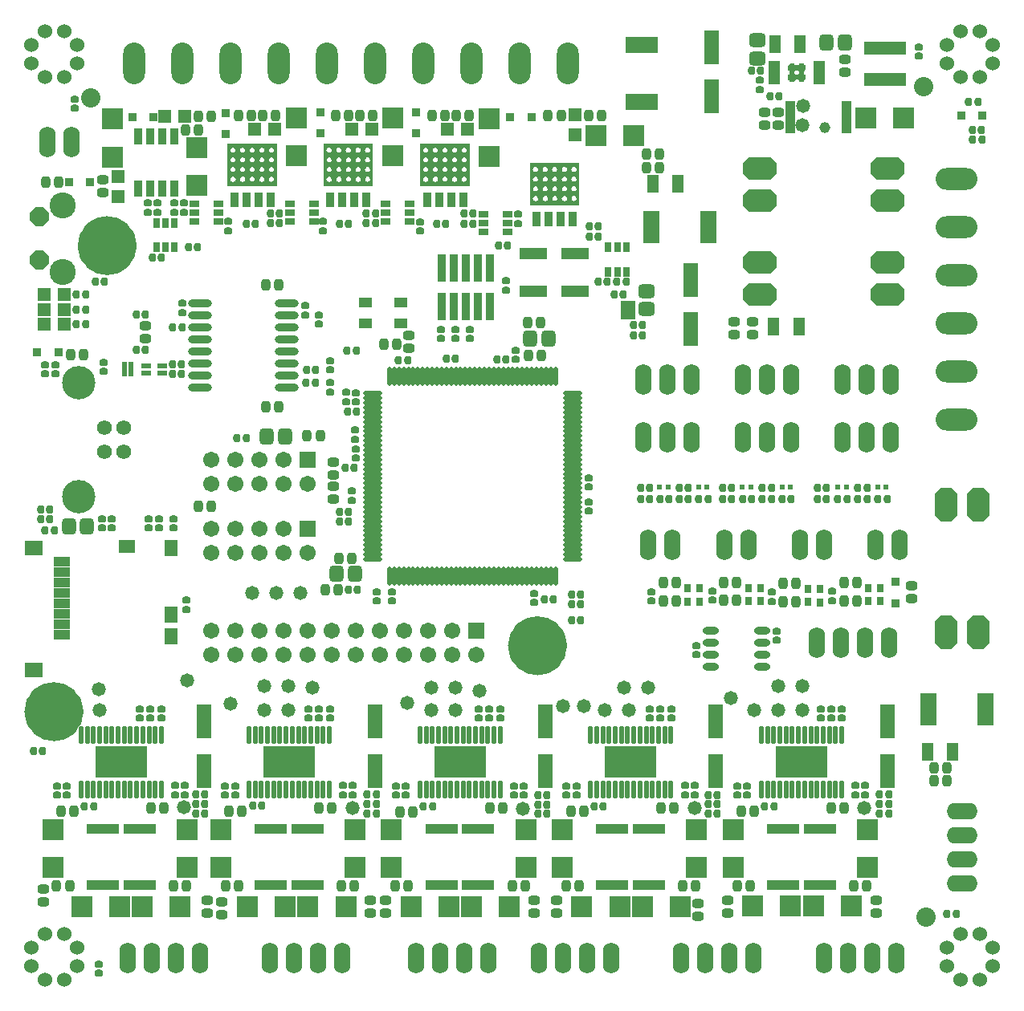
<source format=gts>
G04 Layer_Color=8388736*
%FSLAX24Y24*%
%MOIN*%
G70*
G01*
G75*
%ADD58C,0.0600*%
%ADD178C,0.1220*%
%ADD179C,0.0580*%
G04:AMPARAMS|DCode=180|XSize=30mil|YSize=32mil|CornerRadius=8.4mil|HoleSize=0mil|Usage=FLASHONLY|Rotation=180.000|XOffset=0mil|YOffset=0mil|HoleType=Round|Shape=RoundedRectangle|*
%AMROUNDEDRECTD180*
21,1,0.0300,0.0152,0,0,180.0*
21,1,0.0132,0.0320,0,0,180.0*
1,1,0.0168,-0.0066,0.0076*
1,1,0.0168,0.0066,0.0076*
1,1,0.0168,0.0066,-0.0076*
1,1,0.0168,-0.0066,-0.0076*
%
%ADD180ROUNDEDRECTD180*%
%ADD181R,0.1379X0.0434*%
G04:AMPARAMS|DCode=182|XSize=30mil|YSize=32mil|CornerRadius=8.4mil|HoleSize=0mil|Usage=FLASHONLY|Rotation=270.000|XOffset=0mil|YOffset=0mil|HoleType=Round|Shape=RoundedRectangle|*
%AMROUNDEDRECTD182*
21,1,0.0300,0.0152,0,0,270.0*
21,1,0.0132,0.0320,0,0,270.0*
1,1,0.0168,-0.0076,-0.0066*
1,1,0.0168,-0.0076,0.0066*
1,1,0.0168,0.0076,0.0066*
1,1,0.0168,0.0076,-0.0066*
%
%ADD182ROUNDEDRECTD182*%
G04:AMPARAMS|DCode=183|XSize=37.1mil|YSize=47.4mil|CornerRadius=9.8mil|HoleSize=0mil|Usage=FLASHONLY|Rotation=0.000|XOffset=0mil|YOffset=0mil|HoleType=Round|Shape=RoundedRectangle|*
%AMROUNDEDRECTD183*
21,1,0.0371,0.0277,0,0,0.0*
21,1,0.0175,0.0474,0,0,0.0*
1,1,0.0197,0.0087,-0.0139*
1,1,0.0197,-0.0087,-0.0139*
1,1,0.0197,-0.0087,0.0139*
1,1,0.0197,0.0087,0.0139*
%
%ADD183ROUNDEDRECTD183*%
G04:AMPARAMS|DCode=184|XSize=80mil|YSize=80mil|CornerRadius=40mil|HoleSize=0mil|Usage=FLASHONLY|Rotation=270.000|XOffset=0mil|YOffset=0mil|HoleType=Round|Shape=RoundedRectangle|*
%AMROUNDEDRECTD184*
21,1,0.0800,0.0000,0,0,270.0*
21,1,0.0000,0.0800,0,0,270.0*
1,1,0.0800,0.0000,0.0000*
1,1,0.0800,0.0000,0.0000*
1,1,0.0800,0.0000,0.0000*
1,1,0.0800,0.0000,0.0000*
%
%ADD184ROUNDEDRECTD184*%
%ADD185R,0.0552X0.0434*%
%ADD186R,0.0316X0.0415*%
%ADD187R,0.0415X0.0316*%
%ADD188O,0.0671X0.0316*%
%ADD189O,0.0986X0.0316*%
%ADD190R,0.0482X0.0198*%
%ADD191R,0.0213X0.0260*%
%ADD192R,0.0606X0.0252*%
%ADD193O,0.0198X0.0789*%
%ADD194O,0.0789X0.0198*%
%ADD195R,0.1182X0.0474*%
G04:AMPARAMS|DCode=196|XSize=37.1mil|YSize=47.4mil|CornerRadius=9.8mil|HoleSize=0mil|Usage=FLASHONLY|Rotation=270.000|XOffset=0mil|YOffset=0mil|HoleType=Round|Shape=RoundedRectangle|*
%AMROUNDEDRECTD196*
21,1,0.0371,0.0277,0,0,270.0*
21,1,0.0175,0.0474,0,0,270.0*
1,1,0.0197,-0.0139,-0.0087*
1,1,0.0197,-0.0139,0.0087*
1,1,0.0197,0.0139,0.0087*
1,1,0.0197,0.0139,-0.0087*
%
%ADD196ROUNDEDRECTD196*%
%ADD197R,0.0434X0.1379*%
%ADD198R,0.0360X0.0640*%
%ADD199R,0.0320X0.0680*%
%ADD200R,0.0560X0.0560*%
%ADD201R,0.0434X0.0237*%
%ADD202R,0.1753X0.0545*%
G04:AMPARAMS|DCode=203|XSize=60mil|YSize=68mil|CornerRadius=17mil|HoleSize=0mil|Usage=FLASHONLY|Rotation=0.000|XOffset=0mil|YOffset=0mil|HoleType=Round|Shape=RoundedRectangle|*
%AMROUNDEDRECTD203*
21,1,0.0600,0.0340,0,0,0.0*
21,1,0.0260,0.0680,0,0,0.0*
1,1,0.0340,0.0130,-0.0170*
1,1,0.0340,-0.0130,-0.0170*
1,1,0.0340,-0.0130,0.0170*
1,1,0.0340,0.0130,0.0170*
%
%ADD203ROUNDEDRECTD203*%
%ADD204R,0.0375X0.1182*%
%ADD205R,0.0533X0.0671*%
%ADD206R,0.0671X0.0395*%
%ADD207R,0.0749X0.0631*%
%ADD208R,0.0671X0.0533*%
G04:AMPARAMS|DCode=209|XSize=80mil|YSize=80mil|CornerRadius=40mil|HoleSize=0mil|Usage=FLASHONLY|Rotation=0.000|XOffset=0mil|YOffset=0mil|HoleType=Round|Shape=RoundedRectangle|*
%AMROUNDEDRECTD209*
21,1,0.0800,0.0000,0,0,0.0*
21,1,0.0000,0.0800,0,0,0.0*
1,1,0.0800,0.0000,0.0000*
1,1,0.0800,0.0000,0.0000*
1,1,0.0800,0.0000,0.0000*
1,1,0.0800,0.0000,0.0000*
%
%ADD209ROUNDEDRECTD209*%
%ADD210R,0.0560X0.0560*%
%ADD211R,0.0870X0.0870*%
%ADD212R,0.0870X0.0870*%
%ADD213R,0.0320X0.0320*%
%ADD214R,0.0208X0.0186*%
%ADD215R,0.0280X0.0360*%
%ADD216R,0.0320X0.0320*%
%ADD217R,0.0710X0.1340*%
%ADD218R,0.1340X0.0710*%
G04:AMPARAMS|DCode=219|XSize=60mil|YSize=68mil|CornerRadius=17mil|HoleSize=0mil|Usage=FLASHONLY|Rotation=90.000|XOffset=0mil|YOffset=0mil|HoleType=Round|Shape=RoundedRectangle|*
%AMROUNDEDRECTD219*
21,1,0.0600,0.0340,0,0,90.0*
21,1,0.0260,0.0680,0,0,90.0*
1,1,0.0340,0.0170,0.0130*
1,1,0.0340,0.0170,-0.0130*
1,1,0.0340,-0.0170,-0.0130*
1,1,0.0340,-0.0170,0.0130*
%
%ADD219ROUNDEDRECTD219*%
%ADD220R,0.0513X0.0749*%
%ADD221R,0.0631X0.1419*%
%ADD222R,0.0198X0.0237*%
%ADD223O,0.0218X0.0749*%
%ADD224R,0.2135X0.1300*%
%ADD225R,0.0671X0.0671*%
%ADD226C,0.0671*%
%ADD227O,0.1280X0.0680*%
%ADD228O,0.1730X0.0905*%
%ADD229P,0.0844X8X292.5*%
%ADD230C,0.1080*%
%ADD231O,0.0680X0.1280*%
%ADD232C,0.0620*%
%ADD233C,0.1385*%
%ADD234O,0.0905X0.1730*%
G04:AMPARAMS|DCode=235|XSize=141mil|YSize=91mil|CornerRadius=0mil|HoleSize=0mil|Usage=FLASHONLY|Rotation=270.000|XOffset=0mil|YOffset=0mil|HoleType=Round|Shape=Octagon|*
%AMOCTAGOND235*
4,1,8,-0.0228,-0.0705,0.0228,-0.0705,0.0455,-0.0478,0.0455,0.0478,0.0228,0.0705,-0.0228,0.0705,-0.0455,0.0478,-0.0455,-0.0478,-0.0228,-0.0705,0.0*
%
%ADD235OCTAGOND235*%

G04:AMPARAMS|DCode=236|XSize=141mil|YSize=91mil|CornerRadius=0mil|HoleSize=0mil|Usage=FLASHONLY|Rotation=180.000|XOffset=0mil|YOffset=0mil|HoleType=Round|Shape=Octagon|*
%AMOCTAGOND236*
4,1,8,-0.0705,0.0228,-0.0705,-0.0228,-0.0478,-0.0455,0.0478,-0.0455,0.0705,-0.0228,0.0705,0.0228,0.0478,0.0455,-0.0478,0.0455,-0.0705,0.0228,0.0*
%
%ADD236OCTAGOND236*%

%ADD237C,0.0460*%
%ADD238C,0.0580*%
G36*
X23289Y34204D02*
Y33810D01*
Y33406D01*
Y33013D01*
Y32737D01*
X21241D01*
Y33013D01*
Y33406D01*
Y33810D01*
Y34214D01*
Y34499D01*
X23289D01*
Y34204D01*
D02*
G37*
G36*
X33576Y10022D02*
Y9806D01*
Y9589D01*
Y9373D01*
Y9156D01*
Y8940D01*
X31441D01*
Y9156D01*
Y9373D01*
Y9589D01*
Y9806D01*
Y10022D01*
Y10024D01*
D01*
Y10240D01*
X33576D01*
Y10022D01*
D02*
G37*
G36*
X14724Y35004D02*
Y34610D01*
Y34206D01*
Y33813D01*
Y33537D01*
X12676D01*
Y33813D01*
Y34206D01*
Y34610D01*
Y35014D01*
Y35299D01*
X14724D01*
Y35004D01*
D02*
G37*
G36*
X18734D02*
Y34610D01*
Y34206D01*
Y33813D01*
Y33537D01*
X16686D01*
Y33813D01*
Y34206D01*
Y34610D01*
Y35014D01*
Y35299D01*
X18734D01*
Y35004D01*
D02*
G37*
G36*
X10739D02*
Y34610D01*
Y34206D01*
Y33813D01*
Y33537D01*
X8691D01*
Y33813D01*
Y34206D01*
Y34610D01*
Y35014D01*
Y35299D01*
X10739D01*
Y35004D01*
D02*
G37*
G36*
X5342Y10022D02*
Y9806D01*
Y9589D01*
Y9373D01*
Y9156D01*
Y8940D01*
X3207D01*
Y9156D01*
Y9373D01*
Y9589D01*
Y9806D01*
Y10022D01*
Y10024D01*
Y10240D01*
X5342D01*
Y10022D01*
D02*
G37*
G36*
X32597Y38628D02*
X32603Y38597D01*
X32621Y38571D01*
X32647Y38554D01*
X32677Y38548D01*
Y38344D01*
X32650Y38339D01*
X32628Y38323D01*
X32612Y38301D01*
X32607Y38274D01*
X32608D01*
Y38234D01*
X32597D01*
X32597Y38225D01*
X32603Y38194D01*
X32621Y38168D01*
X32647Y38150D01*
X32677Y38144D01*
Y37951D01*
X32647Y37944D01*
X32621Y37927D01*
X32603Y37901D01*
X32597Y37870D01*
X32599D01*
Y37851D01*
X32423D01*
X32416Y37889D01*
X32394Y37922D01*
X32361Y37943D01*
X32323Y37951D01*
Y37949D01*
X32303Y37951D01*
X32265Y37943D01*
X32232Y37922D01*
X32211Y37889D01*
X32203Y37851D01*
X32028D01*
X32029Y37860D01*
X32023Y37891D01*
X32006Y37917D01*
X31980Y37935D01*
X31949Y37941D01*
Y38144D01*
X31976Y38150D01*
X31999Y38165D01*
X32014Y38188D01*
X32019Y38215D01*
X32018D01*
Y38254D01*
X32029D01*
X32029Y38264D01*
X32023Y38295D01*
X32006Y38321D01*
X31980Y38338D01*
X31949Y38344D01*
Y38538D01*
X31980Y38544D01*
X32006Y38561D01*
X32023Y38588D01*
X32029Y38618D01*
X32028D01*
Y38638D01*
X32203D01*
X32211Y38600D01*
X32232Y38567D01*
X32265Y38545D01*
X32303Y38538D01*
Y38540D01*
X32323Y38538D01*
X32361Y38545D01*
X32394Y38567D01*
X32416Y38600D01*
X32423Y38638D01*
X32599D01*
X32597Y38628D01*
D02*
G37*
G36*
X12311Y10022D02*
Y9806D01*
Y9589D01*
Y9373D01*
Y9156D01*
Y8940D01*
X10176D01*
Y9156D01*
Y9373D01*
Y9589D01*
Y9806D01*
Y10022D01*
Y10024D01*
Y10240D01*
X12311D01*
Y10022D01*
D02*
G37*
G36*
X26488D02*
Y9806D01*
Y9589D01*
Y9373D01*
Y9156D01*
Y8940D01*
X24353D01*
Y9156D01*
Y9373D01*
Y9589D01*
Y9806D01*
Y10022D01*
Y10024D01*
Y10240D01*
X26488D01*
Y10022D01*
D02*
G37*
G36*
X19402D02*
Y9806D01*
Y9589D01*
Y9373D01*
Y9156D01*
Y8940D01*
X17267D01*
Y9156D01*
Y9373D01*
Y9589D01*
Y9806D01*
Y10022D01*
Y10024D01*
Y10240D01*
X19402D01*
Y10022D01*
D02*
G37*
%LPC*%
G36*
X5142Y10124D02*
X5142Y10124D01*
X5142Y10124D01*
X5105Y10117D01*
X5072Y10095D01*
X5050Y10062D01*
X5042Y10024D01*
X5043Y10022D01*
X5035Y10022D01*
X5035Y10022D01*
X5043Y9983D01*
X5065Y9949D01*
X5099Y9927D01*
X5138Y9919D01*
X5139Y9919D01*
X5139Y9919D01*
X5179Y9927D01*
X5213Y9950D01*
X5236Y9984D01*
X5244Y10024D01*
X5243Y10027D01*
X5237Y10028D01*
X5239Y10028D01*
X5239Y10028D01*
X5231Y10065D01*
X5210Y10096D01*
X5179Y10117D01*
X5142Y10124D01*
D02*
G37*
G36*
X32509Y9694D02*
X32509Y9694D01*
X32509Y9694D01*
X32509Y9694D01*
X32470Y9686D01*
X32437Y9664D01*
X32415Y9631D01*
X32407Y9592D01*
X32407Y9591D01*
X32407D01*
X32407Y9590D01*
X32407Y9589D01*
X32407D01*
X32407Y9588D01*
X32415Y9549D01*
X32437Y9516D01*
X32470Y9494D01*
X32509Y9486D01*
X32509D01*
X32548Y9494D01*
X32581Y9516D01*
X32603Y9549D01*
X32611Y9588D01*
X32610Y9589D01*
X32610D01*
X32610Y9589D01*
X32609Y9589D01*
X32610D01*
X32610Y9590D01*
X32610Y9591D01*
X32610D01*
X32611Y9592D01*
X32603Y9631D01*
X32581Y9664D01*
X32548Y9686D01*
X32509Y9694D01*
D02*
G37*
G36*
X12111Y10124D02*
X12111Y10124D01*
X12111Y10124D01*
X12073Y10117D01*
X12041Y10095D01*
X12019Y10062D01*
X12011Y10024D01*
X12011Y10022D01*
X12004Y10022D01*
X12004Y10022D01*
X12011Y9983D01*
X12034Y9949D01*
X12067Y9927D01*
X12107Y9919D01*
X12108Y9919D01*
X12108Y9919D01*
X12148Y9927D01*
X12182Y9950D01*
X12205Y9984D01*
X12213Y10024D01*
X12212Y10027D01*
X12206Y10028D01*
X12207Y10028D01*
X12207Y10028D01*
X12200Y10065D01*
X12179Y10096D01*
X12148Y10117D01*
X12111Y10124D01*
D02*
G37*
G36*
X31644Y10127D02*
X31604Y10119D01*
X31570Y10096D01*
X31547Y10062D01*
X31540Y10028D01*
X31541Y10028D01*
X31540Y10027D01*
X31540Y10024D01*
X31547Y9986D01*
X31570Y9952D01*
X31604Y9930D01*
X31641Y9922D01*
X31641Y9922D01*
X31679Y9929D01*
X31711Y9951D01*
X31733Y9984D01*
X31741Y10022D01*
X31740Y10028D01*
X31748Y10028D01*
X31740Y10063D01*
X31718Y10097D01*
X31685Y10119D01*
X31645Y10127D01*
X31644Y10127D01*
X31644Y10127D01*
D02*
G37*
G36*
X3409D02*
X3369Y10119D01*
X3336Y10096D01*
X3313Y10062D01*
X3306Y10028D01*
X3307Y10028D01*
X3306Y10027D01*
X3305Y10024D01*
X3313Y9986D01*
X3335Y9952D01*
X3369Y9930D01*
X3407Y9922D01*
X3407Y9922D01*
X3444Y9929D01*
X3477Y9951D01*
X3499Y9984D01*
X3506Y10022D01*
X3505Y10028D01*
X3513Y10028D01*
X3506Y10063D01*
X3484Y10097D01*
X3450Y10119D01*
X3411Y10127D01*
X3409Y10127D01*
X3409Y10127D01*
D02*
G37*
G36*
X33376Y10124D02*
X33376Y10124D01*
X33376Y10124D01*
X33339Y10117D01*
X33306Y10095D01*
X33284Y10062D01*
X33277Y10024D01*
X33277Y10022D01*
X33269Y10022D01*
X33269Y10022D01*
X33277Y9983D01*
X33300Y9949D01*
X33333Y9927D01*
X33373Y9919D01*
X33374Y9919D01*
X33374Y9919D01*
X33414Y9927D01*
X33448Y9950D01*
X33470Y9984D01*
X33478Y10024D01*
X33478Y10027D01*
X33471Y10028D01*
X33473Y10028D01*
X33473Y10028D01*
X33466Y10065D01*
X33445Y10096D01*
X33413Y10117D01*
X33376Y10124D01*
D02*
G37*
G36*
X19202D02*
X19202Y10124D01*
X19202Y10124D01*
X19164Y10117D01*
X19132Y10095D01*
X19110Y10062D01*
X19102Y10024D01*
X19103Y10022D01*
X19095Y10022D01*
X19095Y10022D01*
X19103Y9983D01*
X19125Y9949D01*
X19158Y9927D01*
X19198Y9919D01*
X19199Y9919D01*
X19199Y9919D01*
X19239Y9927D01*
X19273Y9950D01*
X19296Y9984D01*
X19304Y10024D01*
X19303Y10027D01*
X19297Y10028D01*
X19299Y10028D01*
X19299Y10028D01*
X19291Y10065D01*
X19270Y10096D01*
X19239Y10117D01*
X19202Y10124D01*
D02*
G37*
G36*
X26288D02*
X26288Y10124D01*
X26288Y10124D01*
X26250Y10117D01*
X26218Y10095D01*
X26196Y10062D01*
X26188Y10024D01*
X26188Y10022D01*
X26181Y10022D01*
X26181Y10022D01*
X26189Y9983D01*
X26211Y9949D01*
X26244Y9927D01*
X26284Y9919D01*
X26285Y9919D01*
X26285Y9919D01*
X26325Y9927D01*
X26359Y9950D01*
X26382Y9984D01*
X26390Y10024D01*
X26389Y10027D01*
X26383Y10028D01*
X26385Y10028D01*
X26385Y10028D01*
X26377Y10065D01*
X26356Y10096D01*
X26325Y10117D01*
X26288Y10124D01*
D02*
G37*
G36*
X17903Y9691D02*
X17902Y9691D01*
X17902Y9691D01*
X17902Y9691D01*
X17864Y9684D01*
X17831Y9662D01*
X17810Y9630D01*
X17802Y9592D01*
X17803Y9589D01*
X17798Y9589D01*
X17805Y9553D01*
X17828Y9519D01*
X17862Y9496D01*
X17902Y9489D01*
X17904Y9489D01*
X17904Y9489D01*
X17904Y9489D01*
X17942Y9496D01*
X17974Y9518D01*
X17996Y9550D01*
X18004Y9588D01*
X18003Y9589D01*
X18002Y9589D01*
X18003D01*
X18003Y9591D01*
X18004D01*
X18004Y9591D01*
X17996Y9629D01*
X17974Y9662D01*
X17941Y9684D01*
X17903Y9691D01*
D02*
G37*
G36*
X24989D02*
X24988Y9691D01*
X24988Y9691D01*
X24988Y9691D01*
X24950Y9684D01*
X24917Y9662D01*
X24896Y9630D01*
X24888Y9592D01*
X24889Y9589D01*
X24884Y9589D01*
X24891Y9553D01*
X24914Y9519D01*
X24948Y9496D01*
X24988Y9489D01*
X24990Y9489D01*
X24990Y9489D01*
X24990Y9489D01*
X25028Y9496D01*
X25060Y9518D01*
X25082Y9550D01*
X25090Y9588D01*
X25089Y9589D01*
X25088Y9589D01*
X25089D01*
X25089Y9591D01*
X25090D01*
X25090Y9591D01*
X25082Y9629D01*
X25060Y9662D01*
X25027Y9684D01*
X24989Y9691D01*
D02*
G37*
G36*
X3843D02*
X3842Y9691D01*
X3842Y9691D01*
X3842Y9691D01*
X3804Y9684D01*
X3772Y9662D01*
X3750Y9630D01*
X3743Y9592D01*
X3743Y9589D01*
X3738Y9589D01*
X3745Y9553D01*
X3768Y9519D01*
X3802Y9496D01*
X3842Y9489D01*
X3844Y9489D01*
X3844Y9489D01*
X3844Y9489D01*
X3882Y9496D01*
X3915Y9518D01*
X3936Y9550D01*
X3944Y9588D01*
X3944Y9589D01*
X3942Y9589D01*
X3944D01*
X3943Y9591D01*
X3944D01*
X3944Y9591D01*
X3936Y9629D01*
X3914Y9662D01*
X3882Y9684D01*
X3843Y9691D01*
D02*
G37*
G36*
X10812D02*
X10811Y9691D01*
X10811Y9691D01*
X10811Y9691D01*
X10772Y9684D01*
X10740Y9662D01*
X10719Y9630D01*
X10711Y9592D01*
X10712Y9589D01*
X10707Y9589D01*
X10714Y9553D01*
X10737Y9519D01*
X10771Y9496D01*
X10811Y9489D01*
X10813Y9489D01*
X10813Y9489D01*
X10813Y9489D01*
X10851Y9496D01*
X10883Y9518D01*
X10905Y9550D01*
X10912Y9588D01*
X10912Y9589D01*
X10911Y9589D01*
X10912D01*
X10912Y9591D01*
X10912D01*
X10912Y9591D01*
X10905Y9629D01*
X10883Y9662D01*
X10850Y9684D01*
X10812Y9691D01*
D02*
G37*
G36*
X32078D02*
X32076Y9691D01*
X32076Y9691D01*
X32076Y9691D01*
X32038Y9684D01*
X32006Y9662D01*
X31984Y9630D01*
X31977Y9592D01*
X31977Y9589D01*
X31972Y9589D01*
X31980Y9553D01*
X32002Y9519D01*
X32036Y9496D01*
X32076Y9489D01*
X32079Y9489D01*
X32079Y9489D01*
X32079Y9489D01*
X32117Y9496D01*
X32149Y9518D01*
X32171Y9550D01*
X32178Y9588D01*
X32178Y9589D01*
X32176Y9589D01*
X32178D01*
X32178Y9591D01*
X32178D01*
X32178Y9591D01*
X32171Y9629D01*
X32149Y9662D01*
X32116Y9684D01*
X32078Y9691D01*
D02*
G37*
G36*
X18334Y9694D02*
X18334Y9694D01*
X18334Y9694D01*
X18334Y9694D01*
X18295Y9686D01*
X18262Y9664D01*
X18240Y9631D01*
X18232Y9592D01*
X18233Y9591D01*
X18233D01*
X18233Y9590D01*
X18233Y9589D01*
X18233D01*
X18232Y9588D01*
X18240Y9549D01*
X18262Y9516D01*
X18295Y9494D01*
X18334Y9486D01*
X18334D01*
X18373Y9494D01*
X18406Y9516D01*
X18428Y9549D01*
X18436Y9588D01*
X18436Y9589D01*
X18436D01*
X18436Y9589D01*
X18434Y9589D01*
X18436D01*
X18436Y9590D01*
X18436Y9591D01*
X18436D01*
X18436Y9592D01*
X18428Y9631D01*
X18406Y9664D01*
X18373Y9686D01*
X18334Y9694D01*
D02*
G37*
G36*
X25420D02*
X25420Y9694D01*
X25420Y9694D01*
X25420Y9694D01*
X25381Y9686D01*
X25348Y9664D01*
X25326Y9631D01*
X25318Y9592D01*
X25319Y9591D01*
X25319D01*
X25319Y9590D01*
X25319Y9589D01*
X25319D01*
X25318Y9588D01*
X25326Y9549D01*
X25348Y9516D01*
X25381Y9494D01*
X25420Y9486D01*
X25420D01*
X25459Y9494D01*
X25492Y9516D01*
X25514Y9549D01*
X25522Y9588D01*
X25522Y9589D01*
X25522D01*
X25522Y9589D01*
X25520Y9589D01*
X25522D01*
X25522Y9590D01*
X25522Y9591D01*
X25522D01*
X25522Y9592D01*
X25514Y9631D01*
X25492Y9664D01*
X25459Y9686D01*
X25420Y9694D01*
D02*
G37*
G36*
X4274D02*
X4274Y9694D01*
X4274Y9694D01*
X4274Y9694D01*
X4235Y9686D01*
X4202Y9664D01*
X4180Y9631D01*
X4172Y9592D01*
X4173Y9591D01*
X4173D01*
X4173Y9590D01*
X4173Y9589D01*
X4173D01*
X4172Y9588D01*
X4180Y9549D01*
X4202Y9516D01*
X4235Y9494D01*
X4274Y9486D01*
X4274D01*
X4313Y9494D01*
X4347Y9516D01*
X4369Y9549D01*
X4376Y9588D01*
X4376Y9589D01*
X4376D01*
X4376Y9589D01*
X4374Y9589D01*
X4376D01*
X4376Y9590D01*
X4376Y9591D01*
X4376D01*
X4376Y9592D01*
X4369Y9631D01*
X4347Y9664D01*
X4313Y9686D01*
X4274Y9694D01*
D02*
G37*
G36*
X11243D02*
X11243Y9694D01*
X11243Y9694D01*
X11243Y9694D01*
X11204Y9686D01*
X11171Y9664D01*
X11149Y9631D01*
X11141Y9592D01*
X11141Y9591D01*
X11142D01*
X11141Y9590D01*
X11142Y9589D01*
X11141D01*
X11141Y9588D01*
X11149Y9549D01*
X11171Y9516D01*
X11204Y9494D01*
X11243Y9486D01*
X11243D01*
X11282Y9494D01*
X11315Y9516D01*
X11337Y9549D01*
X11345Y9588D01*
X11345Y9589D01*
X11344D01*
X11344Y9589D01*
X11343Y9589D01*
X11344D01*
X11345Y9590D01*
X11344Y9591D01*
X11345D01*
X11345Y9592D01*
X11337Y9631D01*
X11315Y9664D01*
X11282Y9686D01*
X11243Y9694D01*
D02*
G37*
G36*
X10378Y10127D02*
X10338Y10119D01*
X10304Y10096D01*
X10281Y10062D01*
X10275Y10028D01*
X10276Y10028D01*
X10274Y10027D01*
X10274Y10024D01*
X10282Y9986D01*
X10304Y9952D01*
X10338Y9930D01*
X10375Y9922D01*
X10376Y9922D01*
X10413Y9929D01*
X10445Y9951D01*
X10467Y9984D01*
X10475Y10022D01*
X10474Y10028D01*
X10482Y10028D01*
X10475Y10063D01*
X10452Y10097D01*
X10419Y10119D01*
X10379Y10127D01*
X10378Y10127D01*
X10378Y10127D01*
D02*
G37*
G36*
X32078Y10124D02*
X32076Y10124D01*
X32076Y10124D01*
X32076Y10124D01*
X32038Y10117D01*
X32006Y10095D01*
X31984Y10063D01*
X31977Y10025D01*
X31977Y10022D01*
X31972Y10022D01*
X31980Y9986D01*
X32002Y9952D01*
X32036Y9930D01*
X32076Y9922D01*
X32079Y9922D01*
X32079Y9922D01*
X32079Y9922D01*
X32117Y9929D01*
X32149Y9951D01*
X32171Y9983D01*
X32178Y10021D01*
X32178Y10022D01*
X32176Y10022D01*
X32178D01*
X32178Y10024D01*
X32178D01*
X32178Y10024D01*
X32171Y10062D01*
X32149Y10095D01*
X32116Y10117D01*
X32078Y10124D01*
D02*
G37*
G36*
X4274Y10127D02*
X4274Y10127D01*
X4274Y10127D01*
X4274Y10127D01*
X4235Y10119D01*
X4202Y10097D01*
X4180Y10064D01*
X4172Y10025D01*
X4173Y10024D01*
X4173D01*
X4173Y10024D01*
X4174Y10024D01*
X4173D01*
X4173Y10023D01*
X4173Y10022D01*
X4173D01*
X4172Y10021D01*
X4180Y9982D01*
X4202Y9949D01*
X4235Y9927D01*
X4274Y9919D01*
X4274D01*
X4313Y9927D01*
X4347Y9949D01*
X4369Y9982D01*
X4376Y10021D01*
X4376Y10022D01*
X4376D01*
X4376Y10022D01*
X4374Y10022D01*
X4376D01*
X4376Y10023D01*
X4376Y10024D01*
X4376D01*
X4376Y10025D01*
X4369Y10064D01*
X4347Y10097D01*
X4313Y10119D01*
X4274Y10127D01*
D02*
G37*
G36*
X17903Y10124D02*
X17902Y10124D01*
X17902Y10124D01*
X17902Y10124D01*
X17864Y10117D01*
X17831Y10095D01*
X17810Y10063D01*
X17802Y10025D01*
X17803Y10022D01*
X17798Y10022D01*
X17805Y9986D01*
X17828Y9952D01*
X17862Y9930D01*
X17902Y9922D01*
X17904Y9922D01*
X17904Y9922D01*
X17904Y9922D01*
X17942Y9929D01*
X17974Y9951D01*
X17996Y9983D01*
X18004Y10021D01*
X18003Y10022D01*
X18002Y10022D01*
X18003D01*
X18003Y10024D01*
X18004D01*
X18004Y10024D01*
X17996Y10062D01*
X17974Y10095D01*
X17941Y10117D01*
X17903Y10124D01*
D02*
G37*
G36*
X24989D02*
X24988Y10124D01*
X24988Y10124D01*
X24988Y10124D01*
X24950Y10117D01*
X24917Y10095D01*
X24896Y10063D01*
X24888Y10025D01*
X24889Y10022D01*
X24884Y10022D01*
X24891Y9986D01*
X24914Y9952D01*
X24948Y9930D01*
X24988Y9922D01*
X24990Y9922D01*
X24990Y9922D01*
X24990Y9922D01*
X25028Y9929D01*
X25060Y9951D01*
X25082Y9983D01*
X25090Y10021D01*
X25089Y10022D01*
X25088Y10022D01*
X25089D01*
X25089Y10024D01*
X25090D01*
X25090Y10024D01*
X25082Y10062D01*
X25060Y10095D01*
X25027Y10117D01*
X24989Y10124D01*
D02*
G37*
G36*
X25420Y10127D02*
X25420Y10127D01*
X25420Y10127D01*
X25420Y10127D01*
X25381Y10119D01*
X25348Y10097D01*
X25326Y10064D01*
X25318Y10025D01*
X25319Y10024D01*
X25319D01*
X25319Y10023D01*
X25319Y10022D01*
X25319D01*
X25318Y10021D01*
X25326Y9982D01*
X25348Y9949D01*
X25381Y9927D01*
X25420Y9919D01*
X25420D01*
X25459Y9927D01*
X25492Y9949D01*
X25514Y9982D01*
X25522Y10021D01*
X25522Y10022D01*
X25522D01*
X25522Y10022D01*
X25520Y10022D01*
X25522D01*
X25522Y10023D01*
X25522Y10024D01*
X25522D01*
X25522Y10025D01*
X25514Y10064D01*
X25492Y10097D01*
X25459Y10119D01*
X25420Y10127D01*
D02*
G37*
G36*
X32509D02*
X32509Y10127D01*
X32509Y10127D01*
X32509Y10127D01*
X32470Y10119D01*
X32437Y10097D01*
X32415Y10064D01*
X32407Y10025D01*
X32407Y10024D01*
X32407D01*
X32407Y10024D01*
X32409Y10024D01*
X32407D01*
X32407Y10023D01*
X32407Y10022D01*
X32407D01*
X32407Y10021D01*
X32415Y9982D01*
X32437Y9949D01*
X32470Y9927D01*
X32509Y9919D01*
X32509D01*
X32548Y9927D01*
X32581Y9949D01*
X32603Y9982D01*
X32611Y10021D01*
X32610Y10022D01*
X32610D01*
X32610Y10022D01*
X32609Y10022D01*
X32610D01*
X32610Y10023D01*
X32610Y10024D01*
X32610D01*
X32611Y10025D01*
X32603Y10064D01*
X32581Y10097D01*
X32548Y10119D01*
X32509Y10127D01*
D02*
G37*
G36*
X11243D02*
X11243Y10127D01*
X11243Y10127D01*
X11243Y10127D01*
X11204Y10119D01*
X11171Y10097D01*
X11149Y10064D01*
X11141Y10025D01*
X11141Y10024D01*
X11142D01*
X11142Y10024D01*
X11143Y10024D01*
X11142D01*
X11141Y10023D01*
X11142Y10022D01*
X11141D01*
X11141Y10021D01*
X11149Y9982D01*
X11171Y9949D01*
X11204Y9927D01*
X11243Y9919D01*
X11243D01*
X11282Y9927D01*
X11315Y9949D01*
X11337Y9982D01*
X11345Y10021D01*
X11345Y10022D01*
X11344D01*
X11344Y10022D01*
X11343Y10022D01*
X11344D01*
X11345Y10023D01*
X11344Y10024D01*
X11345D01*
X11345Y10025D01*
X11337Y10064D01*
X11315Y10097D01*
X11282Y10119D01*
X11243Y10127D01*
D02*
G37*
G36*
X18334D02*
X18334Y10127D01*
X18334Y10127D01*
X18334Y10127D01*
X18295Y10119D01*
X18262Y10097D01*
X18240Y10064D01*
X18232Y10025D01*
X18233Y10024D01*
X18233D01*
X18233Y10024D01*
X18234Y10024D01*
X18233D01*
X18233Y10023D01*
X18233Y10022D01*
X18233D01*
X18232Y10021D01*
X18240Y9982D01*
X18262Y9949D01*
X18295Y9927D01*
X18334Y9919D01*
X18334D01*
X18373Y9927D01*
X18406Y9949D01*
X18428Y9982D01*
X18436Y10021D01*
X18436Y10022D01*
X18436D01*
X18436Y10022D01*
X18434Y10022D01*
X18436D01*
X18436Y10023D01*
X18436Y10024D01*
X18436D01*
X18436Y10025D01*
X18428Y10064D01*
X18406Y10097D01*
X18373Y10119D01*
X18334Y10127D01*
D02*
G37*
G36*
X10812Y10124D02*
X10811Y10124D01*
X10811Y10124D01*
X10811Y10124D01*
X10772Y10117D01*
X10740Y10095D01*
X10719Y10063D01*
X10711Y10025D01*
X10712Y10022D01*
X10707Y10022D01*
X10714Y9986D01*
X10737Y9952D01*
X10771Y9930D01*
X10811Y9922D01*
X10813Y9922D01*
X10813Y9922D01*
X10813Y9922D01*
X10851Y9929D01*
X10883Y9951D01*
X10905Y9983D01*
X10912Y10021D01*
X10912Y10022D01*
X10911Y10022D01*
X10912D01*
X10912Y10024D01*
X10912D01*
X10912Y10024D01*
X10905Y10062D01*
X10883Y10095D01*
X10850Y10117D01*
X10812Y10124D01*
D02*
G37*
G36*
X4707Y10125D02*
X4704Y10124D01*
X4704Y10124D01*
X4704Y10124D01*
X4666Y10117D01*
X4634Y10095D01*
X4613Y10063D01*
X4605Y10025D01*
X4605Y10024D01*
X4607Y10024D01*
X4605D01*
X4606Y10022D01*
X4605D01*
X4605Y10022D01*
X4613Y9984D01*
X4634Y9951D01*
X4667Y9929D01*
X4706Y9922D01*
X4707Y9922D01*
X4707Y9922D01*
X4707Y9922D01*
X4745Y9929D01*
X4777Y9951D01*
X4799Y9983D01*
X4806Y10021D01*
X4806Y10024D01*
X4811Y10024D01*
X4804Y10060D01*
X4781Y10094D01*
X4747Y10117D01*
X4707Y10125D01*
D02*
G37*
G36*
X11676D02*
X11673Y10124D01*
X11673Y10124D01*
X11673Y10124D01*
X11635Y10117D01*
X11603Y10095D01*
X11581Y10063D01*
X11574Y10025D01*
X11574Y10024D01*
X11576Y10024D01*
X11574D01*
X11574Y10022D01*
X11574D01*
X11574Y10022D01*
X11581Y9984D01*
X11603Y9951D01*
X11636Y9929D01*
X11674Y9922D01*
X11676Y9922D01*
X11676Y9922D01*
X11676Y9922D01*
X11714Y9929D01*
X11746Y9951D01*
X11767Y9983D01*
X11775Y10021D01*
X11774Y10024D01*
X11779Y10024D01*
X11772Y10060D01*
X11749Y10094D01*
X11716Y10117D01*
X11676Y10125D01*
D02*
G37*
G36*
X17469Y10127D02*
X17429Y10119D01*
X17395Y10096D01*
X17373Y10062D01*
X17366Y10028D01*
X17367Y10028D01*
X17366Y10027D01*
X17365Y10024D01*
X17373Y9986D01*
X17395Y9952D01*
X17429Y9930D01*
X17467Y9922D01*
X17467Y9922D01*
X17504Y9929D01*
X17537Y9951D01*
X17558Y9984D01*
X17566Y10022D01*
X17565Y10028D01*
X17573Y10028D01*
X17566Y10063D01*
X17543Y10097D01*
X17510Y10119D01*
X17470Y10127D01*
X17469Y10127D01*
X17469Y10127D01*
D02*
G37*
G36*
X24555D02*
X24515Y10119D01*
X24481Y10096D01*
X24459Y10062D01*
X24452Y10028D01*
X24453Y10028D01*
X24452Y10027D01*
X24451Y10024D01*
X24459Y9986D01*
X24481Y9952D01*
X24515Y9930D01*
X24553Y9922D01*
X24553Y9922D01*
X24590Y9929D01*
X24623Y9951D01*
X24644Y9984D01*
X24652Y10022D01*
X24651Y10028D01*
X24659Y10028D01*
X24652Y10063D01*
X24629Y10097D01*
X24596Y10119D01*
X24556Y10127D01*
X24555Y10127D01*
X24555Y10127D01*
D02*
G37*
G36*
X32941Y10125D02*
X32939Y10124D01*
X32939Y10124D01*
X32939Y10124D01*
X32901Y10117D01*
X32868Y10095D01*
X32847Y10063D01*
X32839Y10025D01*
X32840Y10024D01*
X32841Y10024D01*
X32840D01*
X32840Y10022D01*
X32839D01*
X32839Y10022D01*
X32847Y9984D01*
X32869Y9951D01*
X32902Y9929D01*
X32940Y9922D01*
X32941Y9922D01*
X32941Y9922D01*
X32941Y9922D01*
X32979Y9929D01*
X33012Y9951D01*
X33033Y9983D01*
X33041Y10021D01*
X33040Y10024D01*
X33045Y10024D01*
X33038Y10060D01*
X33015Y10094D01*
X32981Y10117D01*
X32941Y10125D01*
D02*
G37*
G36*
X3843Y10124D02*
X3842Y10124D01*
X3842Y10124D01*
X3842Y10124D01*
X3804Y10117D01*
X3772Y10095D01*
X3750Y10063D01*
X3743Y10025D01*
X3743Y10022D01*
X3738Y10022D01*
X3745Y9986D01*
X3768Y9952D01*
X3802Y9930D01*
X3842Y9922D01*
X3844Y9922D01*
X3844Y9922D01*
X3844Y9922D01*
X3882Y9929D01*
X3915Y9951D01*
X3936Y9983D01*
X3944Y10021D01*
X3944Y10022D01*
X3942Y10022D01*
X3944D01*
X3943Y10024D01*
X3944D01*
X3944Y10024D01*
X3936Y10062D01*
X3914Y10095D01*
X3882Y10117D01*
X3843Y10124D01*
D02*
G37*
G36*
X18767Y10125D02*
X18764Y10124D01*
X18764Y10124D01*
X18764Y10124D01*
X18726Y10117D01*
X18694Y10095D01*
X18672Y10063D01*
X18665Y10025D01*
X18665Y10024D01*
X18667Y10024D01*
X18665D01*
X18665Y10022D01*
X18665D01*
X18665Y10022D01*
X18672Y9984D01*
X18694Y9951D01*
X18727Y9929D01*
X18765Y9922D01*
X18767Y9922D01*
X18767Y9922D01*
X18767Y9922D01*
X18805Y9929D01*
X18837Y9951D01*
X18859Y9983D01*
X18866Y10021D01*
X18866Y10024D01*
X18871Y10024D01*
X18863Y10060D01*
X18841Y10094D01*
X18807Y10117D01*
X18767Y10125D01*
D02*
G37*
G36*
X25853D02*
X25850Y10124D01*
X25850Y10124D01*
X25850Y10124D01*
X25812Y10117D01*
X25780Y10095D01*
X25758Y10063D01*
X25751Y10025D01*
X25751Y10024D01*
X25753Y10024D01*
X25751D01*
X25751Y10022D01*
X25751D01*
X25751Y10022D01*
X25758Y9984D01*
X25780Y9951D01*
X25813Y9929D01*
X25851Y9922D01*
X25853Y9922D01*
X25853Y9922D01*
X25853Y9922D01*
X25891Y9929D01*
X25923Y9951D01*
X25945Y9983D01*
X25952Y10021D01*
X25952Y10024D01*
X25956Y10024D01*
X25949Y10060D01*
X25927Y10094D01*
X25893Y10117D01*
X25853Y10125D01*
D02*
G37*
G36*
X32941Y9691D02*
X32939Y9691D01*
X32939Y9691D01*
X32939Y9691D01*
X32901Y9684D01*
X32868Y9662D01*
X32847Y9630D01*
X32839Y9592D01*
X32840Y9591D01*
X32841Y9591D01*
X32840D01*
X32840Y9589D01*
X32839D01*
X32839Y9589D01*
X32847Y9551D01*
X32869Y9518D01*
X32902Y9496D01*
X32940Y9489D01*
X32941Y9489D01*
X32941Y9489D01*
X32941Y9489D01*
X32979Y9496D01*
X33012Y9518D01*
X33033Y9550D01*
X33041Y9588D01*
X33040Y9591D01*
X33045Y9591D01*
X33038Y9627D01*
X33015Y9661D01*
X32981Y9684D01*
X32941Y9691D01*
D02*
G37*
G36*
X18767Y9258D02*
X18764Y9258D01*
X18764Y9258D01*
X18764Y9258D01*
X18726Y9251D01*
X18694Y9229D01*
X18672Y9197D01*
X18665Y9159D01*
X18665Y9158D01*
X18667Y9158D01*
X18665D01*
X18665Y9156D01*
X18665D01*
X18665Y9156D01*
X18672Y9118D01*
X18694Y9085D01*
X18727Y9063D01*
X18765Y9056D01*
X18767Y9056D01*
X18767Y9056D01*
X18767Y9056D01*
X18805Y9063D01*
X18837Y9085D01*
X18859Y9117D01*
X18866Y9155D01*
X18866Y9158D01*
X18871Y9158D01*
X18863Y9194D01*
X18841Y9228D01*
X18807Y9250D01*
X18767Y9258D01*
D02*
G37*
G36*
X25853D02*
X25850Y9258D01*
X25850Y9258D01*
X25850Y9258D01*
X25812Y9251D01*
X25780Y9229D01*
X25758Y9197D01*
X25751Y9159D01*
X25751Y9158D01*
X25753Y9158D01*
X25751D01*
X25751Y9156D01*
X25751D01*
X25751Y9156D01*
X25758Y9118D01*
X25780Y9085D01*
X25813Y9063D01*
X25851Y9056D01*
X25853Y9056D01*
X25853Y9056D01*
X25853Y9056D01*
X25891Y9063D01*
X25923Y9085D01*
X25945Y9117D01*
X25952Y9155D01*
X25952Y9158D01*
X25956Y9158D01*
X25949Y9194D01*
X25927Y9228D01*
X25893Y9250D01*
X25853Y9258D01*
D02*
G37*
G36*
X4707D02*
X4704Y9258D01*
X4704Y9258D01*
X4704Y9258D01*
X4666Y9251D01*
X4634Y9229D01*
X4613Y9197D01*
X4605Y9159D01*
X4605Y9158D01*
X4607Y9158D01*
X4605D01*
X4606Y9156D01*
X4605D01*
X4605Y9156D01*
X4613Y9118D01*
X4634Y9085D01*
X4667Y9063D01*
X4706Y9056D01*
X4707Y9056D01*
X4707Y9056D01*
X4707Y9056D01*
X4745Y9063D01*
X4777Y9085D01*
X4799Y9117D01*
X4806Y9155D01*
X4806Y9158D01*
X4811Y9158D01*
X4804Y9194D01*
X4781Y9228D01*
X4747Y9250D01*
X4707Y9258D01*
D02*
G37*
G36*
X11676D02*
X11673Y9258D01*
X11673Y9258D01*
X11673Y9258D01*
X11635Y9251D01*
X11603Y9229D01*
X11581Y9197D01*
X11574Y9159D01*
X11574Y9158D01*
X11576Y9158D01*
X11574D01*
X11574Y9156D01*
X11574D01*
X11574Y9156D01*
X11581Y9118D01*
X11603Y9085D01*
X11636Y9063D01*
X11674Y9056D01*
X11676Y9056D01*
X11676Y9056D01*
X11676Y9056D01*
X11714Y9063D01*
X11746Y9085D01*
X11767Y9117D01*
X11775Y9155D01*
X11774Y9158D01*
X11779Y9158D01*
X11772Y9194D01*
X11749Y9228D01*
X11716Y9250D01*
X11676Y9258D01*
D02*
G37*
G36*
X32941D02*
X32939Y9258D01*
X32939Y9258D01*
X32939Y9258D01*
X32901Y9251D01*
X32868Y9229D01*
X32847Y9197D01*
X32839Y9159D01*
X32840Y9158D01*
X32841Y9158D01*
X32840D01*
X32840Y9156D01*
X32839D01*
X32839Y9156D01*
X32847Y9118D01*
X32869Y9085D01*
X32902Y9063D01*
X32940Y9056D01*
X32941Y9056D01*
X32941Y9056D01*
X32941Y9056D01*
X32979Y9063D01*
X33012Y9085D01*
X33033Y9117D01*
X33041Y9155D01*
X33040Y9158D01*
X33045Y9158D01*
X33038Y9194D01*
X33015Y9228D01*
X32981Y9250D01*
X32941Y9258D01*
D02*
G37*
G36*
X17903Y9258D02*
X17902Y9258D01*
X17902Y9258D01*
X17902Y9258D01*
X17864Y9251D01*
X17831Y9229D01*
X17810Y9197D01*
X17802Y9159D01*
X17803Y9156D01*
X17798Y9156D01*
X17805Y9120D01*
X17828Y9086D01*
X17862Y9063D01*
X17902Y9055D01*
X17904Y9056D01*
X17904Y9056D01*
X17904Y9056D01*
X17942Y9063D01*
X17974Y9085D01*
X17996Y9117D01*
X18004Y9155D01*
X18003Y9156D01*
X18002Y9156D01*
X18003D01*
X18003Y9158D01*
X18004D01*
X18004Y9158D01*
X17996Y9196D01*
X17974Y9229D01*
X17941Y9251D01*
X17903Y9258D01*
D02*
G37*
G36*
X24989D02*
X24988Y9258D01*
X24988Y9258D01*
X24988Y9258D01*
X24950Y9251D01*
X24917Y9229D01*
X24896Y9197D01*
X24888Y9159D01*
X24889Y9156D01*
X24884Y9156D01*
X24891Y9120D01*
X24914Y9086D01*
X24948Y9063D01*
X24988Y9055D01*
X24990Y9056D01*
X24990Y9056D01*
X24990Y9056D01*
X25028Y9063D01*
X25060Y9085D01*
X25082Y9117D01*
X25090Y9155D01*
X25089Y9156D01*
X25088Y9156D01*
X25089D01*
X25089Y9158D01*
X25090D01*
X25090Y9158D01*
X25082Y9196D01*
X25060Y9229D01*
X25027Y9251D01*
X24989Y9258D01*
D02*
G37*
G36*
X3843D02*
X3842Y9258D01*
X3842Y9258D01*
X3842Y9258D01*
X3804Y9251D01*
X3772Y9229D01*
X3750Y9197D01*
X3743Y9159D01*
X3743Y9156D01*
X3738Y9156D01*
X3745Y9120D01*
X3768Y9086D01*
X3802Y9063D01*
X3842Y9055D01*
X3844Y9056D01*
X3844Y9056D01*
X3844Y9056D01*
X3882Y9063D01*
X3915Y9085D01*
X3936Y9117D01*
X3944Y9155D01*
X3944Y9156D01*
X3942Y9156D01*
X3944D01*
X3943Y9158D01*
X3944D01*
X3944Y9158D01*
X3936Y9196D01*
X3914Y9229D01*
X3882Y9251D01*
X3843Y9258D01*
D02*
G37*
G36*
X10812D02*
X10811Y9258D01*
X10811Y9258D01*
X10811Y9258D01*
X10772Y9251D01*
X10740Y9229D01*
X10719Y9197D01*
X10711Y9159D01*
X10712Y9156D01*
X10707Y9156D01*
X10714Y9120D01*
X10737Y9086D01*
X10771Y9063D01*
X10811Y9055D01*
X10813Y9056D01*
X10813Y9056D01*
X10813Y9056D01*
X10851Y9063D01*
X10883Y9085D01*
X10905Y9117D01*
X10912Y9155D01*
X10912Y9156D01*
X10911Y9156D01*
X10912D01*
X10912Y9158D01*
X10912D01*
X10912Y9158D01*
X10905Y9196D01*
X10883Y9229D01*
X10850Y9251D01*
X10812Y9258D01*
D02*
G37*
G36*
X31644Y9261D02*
X31604Y9253D01*
X31570Y9230D01*
X31547Y9196D01*
X31539Y9157D01*
X31541D01*
X31539Y9157D01*
X31539Y9157D01*
X31547Y9118D01*
X31569Y9085D01*
X31602Y9063D01*
X31641Y9056D01*
X31641Y9056D01*
X31641Y9056D01*
X31679Y9063D01*
X31711Y9085D01*
X31733Y9118D01*
X31741Y9156D01*
X31740Y9161D01*
X31748Y9161D01*
X31740Y9197D01*
X31718Y9231D01*
X31685Y9253D01*
X31645Y9261D01*
X31644Y9261D01*
X31644Y9261D01*
D02*
G37*
G36*
X19202Y9258D02*
X19202Y9258D01*
X19202Y9258D01*
X19164Y9251D01*
X19132Y9229D01*
X19110Y9196D01*
X19102Y9158D01*
X19103Y9156D01*
X19095Y9156D01*
X19095Y9156D01*
X19103Y9117D01*
X19125Y9083D01*
X19158Y9061D01*
X19198Y9053D01*
X19199Y9053D01*
X19199Y9053D01*
X19239Y9061D01*
X19273Y9084D01*
X19296Y9118D01*
X19304Y9158D01*
X19303Y9161D01*
X19297Y9161D01*
X19299Y9161D01*
X19299Y9161D01*
X19291Y9198D01*
X19270Y9230D01*
X19239Y9251D01*
X19202Y9258D01*
D02*
G37*
G36*
X26288D02*
X26288Y9258D01*
X26288Y9258D01*
X26250Y9251D01*
X26218Y9229D01*
X26196Y9196D01*
X26188Y9158D01*
X26188Y9156D01*
X26181Y9156D01*
X26181Y9156D01*
X26189Y9117D01*
X26211Y9083D01*
X26244Y9061D01*
X26284Y9053D01*
X26285Y9053D01*
X26285Y9053D01*
X26325Y9061D01*
X26359Y9084D01*
X26382Y9118D01*
X26390Y9158D01*
X26389Y9161D01*
X26383Y9161D01*
X26385Y9161D01*
X26385Y9161D01*
X26377Y9198D01*
X26356Y9230D01*
X26325Y9251D01*
X26288Y9258D01*
D02*
G37*
G36*
X5142D02*
X5142Y9258D01*
X5142Y9258D01*
X5105Y9251D01*
X5072Y9229D01*
X5050Y9196D01*
X5042Y9158D01*
X5043Y9156D01*
X5035Y9156D01*
X5035Y9156D01*
X5043Y9117D01*
X5065Y9083D01*
X5099Y9061D01*
X5138Y9053D01*
X5139Y9053D01*
X5139Y9053D01*
X5179Y9061D01*
X5213Y9084D01*
X5236Y9118D01*
X5244Y9158D01*
X5243Y9161D01*
X5237Y9161D01*
X5239Y9161D01*
X5239Y9161D01*
X5231Y9198D01*
X5210Y9230D01*
X5179Y9251D01*
X5142Y9258D01*
D02*
G37*
G36*
X12111D02*
X12111Y9258D01*
X12111Y9258D01*
X12073Y9251D01*
X12041Y9229D01*
X12019Y9196D01*
X12011Y9158D01*
X12011Y9156D01*
X12004Y9156D01*
X12004Y9156D01*
X12011Y9117D01*
X12034Y9083D01*
X12067Y9061D01*
X12107Y9053D01*
X12108Y9053D01*
X12108Y9053D01*
X12148Y9061D01*
X12182Y9084D01*
X12205Y9118D01*
X12213Y9158D01*
X12212Y9161D01*
X12206Y9161D01*
X12207Y9161D01*
X12207Y9161D01*
X12200Y9198D01*
X12179Y9230D01*
X12148Y9251D01*
X12111Y9258D01*
D02*
G37*
G36*
X33376D02*
X33376Y9258D01*
X33376Y9258D01*
X33339Y9251D01*
X33306Y9229D01*
X33284Y9196D01*
X33277Y9158D01*
X33277Y9156D01*
X33269Y9156D01*
X33269Y9156D01*
X33277Y9117D01*
X33300Y9083D01*
X33333Y9061D01*
X33373Y9053D01*
X33374Y9053D01*
X33374Y9053D01*
X33414Y9061D01*
X33448Y9084D01*
X33470Y9118D01*
X33478Y9158D01*
X33478Y9161D01*
X33471Y9161D01*
X33473Y9161D01*
X33473Y9161D01*
X33466Y9198D01*
X33445Y9230D01*
X33413Y9251D01*
X33376Y9258D01*
D02*
G37*
G36*
X17469Y9261D02*
X17429Y9253D01*
X17395Y9230D01*
X17373Y9196D01*
X17365Y9157D01*
X17367D01*
X17365Y9157D01*
X17365Y9157D01*
X17373Y9118D01*
X17395Y9085D01*
X17428Y9063D01*
X17467Y9056D01*
X17467Y9056D01*
X17467Y9056D01*
X17504Y9063D01*
X17537Y9085D01*
X17558Y9118D01*
X17566Y9156D01*
X17565Y9161D01*
X17573Y9161D01*
X17566Y9197D01*
X17543Y9231D01*
X17510Y9253D01*
X17470Y9261D01*
X17469Y9261D01*
X17469Y9261D01*
D02*
G37*
G36*
X24555D02*
X24515Y9253D01*
X24481Y9230D01*
X24459Y9196D01*
X24451Y9157D01*
X24453D01*
X24451Y9157D01*
X24451Y9157D01*
X24459Y9118D01*
X24481Y9085D01*
X24514Y9063D01*
X24553Y9056D01*
X24553Y9056D01*
X24553Y9056D01*
X24590Y9063D01*
X24623Y9085D01*
X24644Y9118D01*
X24652Y9156D01*
X24651Y9161D01*
X24659Y9161D01*
X24652Y9197D01*
X24629Y9231D01*
X24596Y9253D01*
X24556Y9261D01*
X24555Y9261D01*
X24555Y9261D01*
D02*
G37*
G36*
X3409D02*
X3369Y9253D01*
X3336Y9230D01*
X3313Y9196D01*
X3305Y9157D01*
X3307D01*
X3305Y9157D01*
X3305Y9157D01*
X3313Y9118D01*
X3335Y9085D01*
X3368Y9063D01*
X3407Y9056D01*
X3407Y9056D01*
X3407Y9056D01*
X3444Y9063D01*
X3477Y9085D01*
X3499Y9118D01*
X3506Y9156D01*
X3505Y9161D01*
X3513Y9161D01*
X3506Y9197D01*
X3484Y9231D01*
X3450Y9253D01*
X3411Y9261D01*
X3409Y9261D01*
X3409Y9261D01*
D02*
G37*
G36*
X10378D02*
X10338Y9253D01*
X10304Y9230D01*
X10281Y9196D01*
X10274Y9157D01*
X10276D01*
X10274Y9157D01*
X10274Y9157D01*
X10281Y9118D01*
X10303Y9085D01*
X10337Y9063D01*
X10376Y9056D01*
X10376Y9056D01*
X10376Y9056D01*
X10413Y9063D01*
X10445Y9085D01*
X10467Y9118D01*
X10475Y9156D01*
X10474Y9161D01*
X10482Y9161D01*
X10475Y9197D01*
X10452Y9231D01*
X10419Y9253D01*
X10379Y9261D01*
X10378Y9261D01*
X10378Y9261D01*
D02*
G37*
G36*
X32078Y9258D02*
X32076Y9258D01*
X32076Y9258D01*
X32076Y9258D01*
X32038Y9251D01*
X32006Y9229D01*
X31984Y9197D01*
X31977Y9159D01*
X31977Y9156D01*
X31972Y9156D01*
X31980Y9120D01*
X32002Y9086D01*
X32036Y9063D01*
X32076Y9055D01*
X32079Y9056D01*
X32079Y9056D01*
X32079Y9056D01*
X32117Y9063D01*
X32149Y9085D01*
X32171Y9117D01*
X32178Y9155D01*
X32178Y9156D01*
X32176Y9156D01*
X32178D01*
X32178Y9158D01*
X32178D01*
X32178Y9158D01*
X32171Y9196D01*
X32149Y9229D01*
X32116Y9251D01*
X32078Y9258D01*
D02*
G37*
G36*
X17469Y9694D02*
X17429Y9686D01*
X17395Y9663D01*
X17373Y9629D01*
X17365Y9591D01*
X17367D01*
X17365Y9591D01*
X17365Y9590D01*
X17373Y9552D01*
X17395Y9518D01*
X17428Y9496D01*
X17467Y9489D01*
X17467Y9489D01*
X17467Y9489D01*
X17504Y9496D01*
X17537Y9518D01*
X17558Y9551D01*
X17566Y9589D01*
X17565Y9594D01*
X17573Y9594D01*
X17566Y9630D01*
X17543Y9664D01*
X17510Y9686D01*
X17470Y9694D01*
X17469Y9694D01*
X17469Y9694D01*
D02*
G37*
G36*
X24555D02*
X24515Y9686D01*
X24481Y9663D01*
X24459Y9629D01*
X24451Y9591D01*
X24453D01*
X24451Y9591D01*
X24451Y9590D01*
X24459Y9552D01*
X24481Y9518D01*
X24514Y9496D01*
X24553Y9489D01*
X24553Y9489D01*
X24553Y9489D01*
X24590Y9496D01*
X24623Y9518D01*
X24644Y9551D01*
X24652Y9589D01*
X24651Y9594D01*
X24659Y9594D01*
X24652Y9630D01*
X24629Y9664D01*
X24596Y9686D01*
X24556Y9694D01*
X24555Y9694D01*
X24555Y9694D01*
D02*
G37*
G36*
X3409D02*
X3369Y9686D01*
X3336Y9663D01*
X3313Y9629D01*
X3305Y9591D01*
X3307D01*
X3305Y9591D01*
X3305Y9590D01*
X3313Y9552D01*
X3335Y9518D01*
X3368Y9496D01*
X3407Y9489D01*
X3407Y9489D01*
X3407Y9489D01*
X3444Y9496D01*
X3477Y9518D01*
X3499Y9551D01*
X3506Y9589D01*
X3505Y9594D01*
X3513Y9594D01*
X3506Y9630D01*
X3484Y9664D01*
X3450Y9686D01*
X3411Y9694D01*
X3409Y9694D01*
X3409Y9694D01*
D02*
G37*
G36*
X10378D02*
X10338Y9686D01*
X10304Y9663D01*
X10281Y9629D01*
X10274Y9591D01*
X10276D01*
X10274Y9591D01*
X10274Y9590D01*
X10281Y9552D01*
X10303Y9518D01*
X10337Y9496D01*
X10376Y9489D01*
X10376Y9489D01*
X10376Y9489D01*
X10413Y9496D01*
X10445Y9518D01*
X10467Y9551D01*
X10475Y9589D01*
X10474Y9594D01*
X10482Y9594D01*
X10475Y9630D01*
X10452Y9664D01*
X10419Y9686D01*
X10379Y9694D01*
X10378Y9694D01*
X10378Y9694D01*
D02*
G37*
G36*
X31644D02*
X31604Y9686D01*
X31570Y9663D01*
X31547Y9629D01*
X31539Y9591D01*
X31541D01*
X31539Y9591D01*
X31539Y9590D01*
X31547Y9552D01*
X31569Y9518D01*
X31602Y9496D01*
X31641Y9489D01*
X31641Y9489D01*
X31641Y9489D01*
X31679Y9496D01*
X31711Y9518D01*
X31733Y9551D01*
X31741Y9589D01*
X31740Y9594D01*
X31748Y9594D01*
X31740Y9630D01*
X31718Y9664D01*
X31685Y9686D01*
X31645Y9694D01*
X31644Y9694D01*
X31644Y9694D01*
D02*
G37*
G36*
X18767Y9691D02*
X18764Y9691D01*
X18764Y9691D01*
X18764Y9691D01*
X18726Y9684D01*
X18694Y9662D01*
X18672Y9630D01*
X18665Y9592D01*
X18665Y9591D01*
X18667Y9591D01*
X18665D01*
X18665Y9589D01*
X18665D01*
X18665Y9589D01*
X18672Y9551D01*
X18694Y9518D01*
X18727Y9496D01*
X18765Y9489D01*
X18767Y9489D01*
X18767Y9489D01*
X18767Y9489D01*
X18805Y9496D01*
X18837Y9518D01*
X18859Y9550D01*
X18866Y9588D01*
X18866Y9591D01*
X18871Y9591D01*
X18863Y9627D01*
X18841Y9661D01*
X18807Y9684D01*
X18767Y9691D01*
D02*
G37*
G36*
X25853D02*
X25850Y9691D01*
X25850Y9691D01*
X25850Y9691D01*
X25812Y9684D01*
X25780Y9662D01*
X25758Y9630D01*
X25751Y9592D01*
X25751Y9591D01*
X25753Y9591D01*
X25751D01*
X25751Y9589D01*
X25751D01*
X25751Y9589D01*
X25758Y9551D01*
X25780Y9518D01*
X25813Y9496D01*
X25851Y9489D01*
X25853Y9489D01*
X25853Y9489D01*
X25853Y9489D01*
X25891Y9496D01*
X25923Y9518D01*
X25945Y9550D01*
X25952Y9588D01*
X25952Y9591D01*
X25956Y9591D01*
X25949Y9627D01*
X25927Y9661D01*
X25893Y9684D01*
X25853Y9691D01*
D02*
G37*
G36*
X4707D02*
X4704Y9691D01*
X4704Y9691D01*
X4704Y9691D01*
X4666Y9684D01*
X4634Y9662D01*
X4613Y9630D01*
X4605Y9592D01*
X4605Y9591D01*
X4607Y9591D01*
X4605D01*
X4606Y9589D01*
X4605D01*
X4605Y9589D01*
X4613Y9551D01*
X4634Y9518D01*
X4667Y9496D01*
X4706Y9489D01*
X4707Y9489D01*
X4707Y9489D01*
X4707Y9489D01*
X4745Y9496D01*
X4777Y9518D01*
X4799Y9550D01*
X4806Y9588D01*
X4806Y9591D01*
X4811Y9591D01*
X4804Y9627D01*
X4781Y9661D01*
X4747Y9684D01*
X4707Y9691D01*
D02*
G37*
G36*
X11676D02*
X11673Y9691D01*
X11673Y9691D01*
X11673Y9691D01*
X11635Y9684D01*
X11603Y9662D01*
X11581Y9630D01*
X11574Y9592D01*
X11574Y9591D01*
X11576Y9591D01*
X11574D01*
X11574Y9589D01*
X11574D01*
X11574Y9589D01*
X11581Y9551D01*
X11603Y9518D01*
X11636Y9496D01*
X11674Y9489D01*
X11676Y9489D01*
X11676Y9489D01*
X11676Y9489D01*
X11714Y9496D01*
X11746Y9518D01*
X11767Y9550D01*
X11775Y9588D01*
X11774Y9591D01*
X11779Y9591D01*
X11772Y9627D01*
X11749Y9661D01*
X11716Y9684D01*
X11676Y9691D01*
D02*
G37*
G36*
X33376Y9691D02*
X33376Y9691D01*
X33376Y9691D01*
X33339Y9684D01*
X33306Y9662D01*
X33284Y9629D01*
X33277Y9591D01*
X33277Y9589D01*
X33269Y9589D01*
X33269Y9589D01*
X33277Y9550D01*
X33300Y9516D01*
X33333Y9494D01*
X33373Y9486D01*
X33374Y9486D01*
X33374Y9486D01*
X33414Y9494D01*
X33448Y9517D01*
X33470Y9551D01*
X33478Y9591D01*
X33478Y9594D01*
X33471Y9594D01*
X33473Y9594D01*
X33473Y9594D01*
X33466Y9632D01*
X33445Y9663D01*
X33413Y9684D01*
X33376Y9691D01*
D02*
G37*
G36*
X18334Y9261D02*
X18334Y9261D01*
X18334Y9261D01*
X18334Y9261D01*
X18295Y9253D01*
X18262Y9231D01*
X18240Y9198D01*
X18232Y9159D01*
X18233Y9158D01*
X18233D01*
X18233Y9157D01*
X18233Y9156D01*
X18233D01*
X18232Y9155D01*
X18240Y9116D01*
X18262Y9083D01*
X18295Y9061D01*
X18334Y9053D01*
X18334D01*
X18373Y9061D01*
X18406Y9083D01*
X18428Y9116D01*
X18436Y9155D01*
X18436Y9156D01*
X18436D01*
X18436Y9156D01*
X18434Y9156D01*
X18436D01*
X18436Y9157D01*
X18436Y9158D01*
X18436D01*
X18436Y9159D01*
X18428Y9198D01*
X18406Y9231D01*
X18373Y9253D01*
X18334Y9261D01*
D02*
G37*
G36*
X25420D02*
X25420Y9261D01*
X25420Y9261D01*
X25420Y9261D01*
X25381Y9253D01*
X25348Y9231D01*
X25326Y9198D01*
X25318Y9159D01*
X25319Y9158D01*
X25319D01*
X25319Y9157D01*
X25319Y9156D01*
X25319D01*
X25318Y9155D01*
X25326Y9116D01*
X25348Y9083D01*
X25381Y9061D01*
X25420Y9053D01*
X25420D01*
X25459Y9061D01*
X25492Y9083D01*
X25514Y9116D01*
X25522Y9155D01*
X25522Y9156D01*
X25522D01*
X25522Y9156D01*
X25520Y9156D01*
X25522D01*
X25522Y9157D01*
X25522Y9158D01*
X25522D01*
X25522Y9159D01*
X25514Y9198D01*
X25492Y9231D01*
X25459Y9253D01*
X25420Y9261D01*
D02*
G37*
G36*
X4274D02*
X4274Y9261D01*
X4274Y9261D01*
X4274Y9261D01*
X4235Y9253D01*
X4202Y9231D01*
X4180Y9198D01*
X4172Y9159D01*
X4173Y9158D01*
X4173D01*
X4173Y9157D01*
X4173Y9156D01*
X4173D01*
X4172Y9155D01*
X4180Y9116D01*
X4202Y9083D01*
X4235Y9061D01*
X4274Y9053D01*
X4274D01*
X4313Y9061D01*
X4347Y9083D01*
X4369Y9116D01*
X4376Y9155D01*
X4376Y9156D01*
X4376D01*
X4376Y9156D01*
X4374Y9156D01*
X4376D01*
X4376Y9157D01*
X4376Y9158D01*
X4376D01*
X4376Y9159D01*
X4369Y9198D01*
X4347Y9231D01*
X4313Y9253D01*
X4274Y9261D01*
D02*
G37*
G36*
X11243D02*
X11243Y9261D01*
X11243Y9261D01*
X11243Y9261D01*
X11204Y9253D01*
X11171Y9231D01*
X11149Y9198D01*
X11141Y9159D01*
X11141Y9158D01*
X11142D01*
X11141Y9157D01*
X11142Y9156D01*
X11141D01*
X11141Y9155D01*
X11149Y9116D01*
X11171Y9083D01*
X11204Y9061D01*
X11243Y9053D01*
X11243D01*
X11282Y9061D01*
X11315Y9083D01*
X11337Y9116D01*
X11345Y9155D01*
X11345Y9156D01*
X11344D01*
X11344Y9156D01*
X11343Y9156D01*
X11344D01*
X11345Y9157D01*
X11344Y9158D01*
X11345D01*
X11345Y9159D01*
X11337Y9198D01*
X11315Y9231D01*
X11282Y9253D01*
X11243Y9261D01*
D02*
G37*
G36*
X32509D02*
X32509Y9261D01*
X32509Y9261D01*
X32509Y9261D01*
X32470Y9253D01*
X32437Y9231D01*
X32415Y9198D01*
X32407Y9159D01*
X32407Y9158D01*
X32407D01*
X32407Y9157D01*
X32407Y9156D01*
X32407D01*
X32407Y9155D01*
X32415Y9116D01*
X32437Y9083D01*
X32470Y9061D01*
X32509Y9053D01*
X32509D01*
X32548Y9061D01*
X32581Y9083D01*
X32603Y9116D01*
X32611Y9155D01*
X32610Y9156D01*
X32610D01*
X32610Y9156D01*
X32609Y9156D01*
X32610D01*
X32610Y9157D01*
X32610Y9158D01*
X32610D01*
X32611Y9159D01*
X32603Y9198D01*
X32581Y9231D01*
X32548Y9253D01*
X32509Y9261D01*
D02*
G37*
G36*
X19202Y9691D02*
X19202Y9691D01*
X19202Y9691D01*
X19164Y9684D01*
X19132Y9662D01*
X19110Y9629D01*
X19102Y9591D01*
X19103Y9589D01*
X19095Y9589D01*
X19095Y9589D01*
X19103Y9550D01*
X19125Y9516D01*
X19158Y9494D01*
X19198Y9486D01*
X19199Y9486D01*
X19199Y9486D01*
X19239Y9494D01*
X19273Y9517D01*
X19296Y9551D01*
X19304Y9591D01*
X19303Y9594D01*
X19297Y9594D01*
X19299Y9594D01*
X19299Y9594D01*
X19291Y9632D01*
X19270Y9663D01*
X19239Y9684D01*
X19202Y9691D01*
D02*
G37*
G36*
X26288D02*
X26288Y9691D01*
X26288Y9691D01*
X26250Y9684D01*
X26218Y9662D01*
X26196Y9629D01*
X26188Y9591D01*
X26188Y9589D01*
X26181Y9589D01*
X26181Y9589D01*
X26189Y9550D01*
X26211Y9516D01*
X26244Y9494D01*
X26284Y9486D01*
X26285Y9486D01*
X26285Y9486D01*
X26325Y9494D01*
X26359Y9517D01*
X26382Y9551D01*
X26390Y9591D01*
X26389Y9594D01*
X26383Y9594D01*
X26385Y9594D01*
X26385Y9594D01*
X26377Y9632D01*
X26356Y9663D01*
X26325Y9684D01*
X26288Y9691D01*
D02*
G37*
G36*
X5142D02*
X5142Y9691D01*
X5142Y9691D01*
X5105Y9684D01*
X5072Y9662D01*
X5050Y9629D01*
X5042Y9591D01*
X5043Y9589D01*
X5035Y9589D01*
X5035Y9589D01*
X5043Y9550D01*
X5065Y9516D01*
X5099Y9494D01*
X5138Y9486D01*
X5139Y9486D01*
X5139Y9486D01*
X5179Y9494D01*
X5213Y9517D01*
X5236Y9551D01*
X5244Y9591D01*
X5243Y9594D01*
X5237Y9594D01*
X5239Y9594D01*
X5239Y9594D01*
X5231Y9632D01*
X5210Y9663D01*
X5179Y9684D01*
X5142Y9691D01*
D02*
G37*
G36*
X12111D02*
X12111Y9691D01*
X12111Y9691D01*
X12073Y9684D01*
X12041Y9662D01*
X12019Y9629D01*
X12011Y9591D01*
X12011Y9589D01*
X12004Y9589D01*
X12004Y9589D01*
X12011Y9550D01*
X12034Y9516D01*
X12067Y9494D01*
X12107Y9486D01*
X12108Y9486D01*
X12108Y9486D01*
X12148Y9494D01*
X12182Y9517D01*
X12205Y9551D01*
X12213Y9591D01*
X12212Y9594D01*
X12206Y9594D01*
X12207Y9594D01*
X12207Y9594D01*
X12200Y9632D01*
X12179Y9663D01*
X12148Y9684D01*
X12111Y9691D01*
D02*
G37*
G36*
X8918Y34720D02*
X8879Y34713D01*
X8847Y34691D01*
X8825Y34658D01*
X8817Y34620D01*
X8819Y34610D01*
X8809D01*
X8816Y34578D01*
X8840Y34542D01*
X8875Y34518D01*
X8918Y34509D01*
Y34510D01*
X8957Y34517D01*
X8990Y34539D01*
X9012Y34572D01*
X9019Y34610D01*
X9006D01*
Y34630D01*
X9008D01*
X9001Y34664D01*
X8982Y34694D01*
X8952Y34713D01*
X8918Y34720D01*
Y34720D01*
D02*
G37*
G36*
X12903D02*
X12864Y34713D01*
X12832Y34691D01*
X12810Y34658D01*
X12802Y34620D01*
X12804Y34610D01*
X12794D01*
X12801Y34578D01*
X12825Y34542D01*
X12860Y34518D01*
X12903Y34509D01*
Y34510D01*
X12942Y34517D01*
X12975Y34539D01*
X12997Y34572D01*
X13004Y34610D01*
X12991D01*
Y34630D01*
X12993D01*
X12986Y34664D01*
X12967Y34694D01*
X12937Y34713D01*
X12903Y34720D01*
Y34720D01*
D02*
G37*
G36*
X18114D02*
X18075Y34713D01*
X18043Y34691D01*
X18021Y34658D01*
X18013Y34620D01*
X18015Y34610D01*
X18003D01*
X18011Y34572D01*
X18033Y34539D01*
X18065Y34517D01*
X18104Y34510D01*
Y34509D01*
X18147Y34518D01*
X18183Y34542D01*
X18207Y34579D01*
X18214Y34610D01*
X18212D01*
Y34620D01*
X18214D01*
X18206Y34658D01*
X18184Y34691D01*
X18152Y34713D01*
X18114Y34720D01*
D02*
G37*
G36*
X10118D02*
X10080Y34713D01*
X10048Y34691D01*
X10026Y34658D01*
X10018Y34620D01*
X10020Y34610D01*
X10008D01*
X10016Y34572D01*
X10038Y34539D01*
X10070Y34517D01*
X10109Y34510D01*
Y34509D01*
X10152Y34518D01*
X10188Y34542D01*
X10212Y34579D01*
X10219Y34610D01*
X10217D01*
Y34620D01*
X10219D01*
X10211Y34658D01*
X10189Y34691D01*
X10157Y34713D01*
X10118Y34720D01*
D02*
G37*
G36*
X14104D02*
X14065Y34713D01*
X14033Y34691D01*
X14011Y34658D01*
X14003Y34620D01*
X14005Y34610D01*
X13993D01*
X14001Y34572D01*
X14023Y34539D01*
X14055Y34517D01*
X14094Y34510D01*
Y34509D01*
X14137Y34518D01*
X14173Y34542D01*
X14197Y34579D01*
X14204Y34610D01*
X14202D01*
Y34620D01*
X14204D01*
X14196Y34658D01*
X14174Y34691D01*
X14142Y34713D01*
X14104Y34720D01*
D02*
G37*
G36*
X10512D02*
X10474Y34713D01*
X10441Y34691D01*
X10419Y34658D01*
X10412Y34620D01*
X10414Y34610D01*
X10404D01*
X10410Y34578D01*
X10434Y34542D01*
X10470Y34518D01*
X10512Y34509D01*
X10512Y34512D01*
Y34510D01*
X10554Y34518D01*
X10589Y34541D01*
X10612Y34576D01*
X10619Y34610D01*
X10611D01*
Y34620D01*
X10613D01*
X10605Y34658D01*
X10583Y34691D01*
X10551Y34713D01*
X10512Y34720D01*
D02*
G37*
G36*
X13306Y34730D02*
X13264Y34722D01*
X13228Y34698D01*
X13204Y34662D01*
X13197Y34625D01*
X13199Y34620D01*
X13198Y34610D01*
D01*
Y34610D01*
X13196D01*
X13204Y34572D01*
X13226Y34539D01*
X13258Y34517D01*
X13296Y34510D01*
Y34510D01*
X13338Y34518D01*
X13373Y34541D01*
X13396Y34576D01*
X13403Y34610D01*
X13395D01*
Y34640D01*
X13397D01*
X13390Y34674D01*
X13370Y34703D01*
X13341Y34723D01*
X13306Y34730D01*
Y34730D01*
D02*
G37*
G36*
X9715Y34720D02*
X9677Y34713D01*
X9644Y34691D01*
X9622Y34658D01*
X9615Y34620D01*
X9617Y34610D01*
X9608D01*
X9615Y34576D01*
X9638Y34541D01*
X9674Y34518D01*
X9715Y34510D01*
Y34510D01*
X9754Y34517D01*
X9787Y34540D01*
X9809Y34573D01*
X9817Y34610D01*
X9813D01*
Y34620D01*
X9815D01*
X9808Y34658D01*
X9786Y34691D01*
X9753Y34713D01*
X9715Y34720D01*
D02*
G37*
G36*
X16913D02*
X16874Y34713D01*
X16842Y34691D01*
X16820Y34658D01*
X16812Y34620D01*
X16814Y34610D01*
X16804D01*
X16811Y34578D01*
X16835Y34542D01*
X16870Y34518D01*
X16913Y34509D01*
Y34510D01*
X16952Y34517D01*
X16985Y34539D01*
X17007Y34572D01*
X17014Y34610D01*
X17001D01*
Y34630D01*
X17003D01*
X16996Y34664D01*
X16977Y34694D01*
X16947Y34713D01*
X16913Y34720D01*
Y34720D01*
D02*
G37*
G36*
X9321Y34730D02*
X9279Y34722D01*
X9243Y34698D01*
X9219Y34662D01*
X9212Y34625D01*
X9214Y34620D01*
X9213Y34610D01*
D01*
Y34610D01*
X9211D01*
X9219Y34572D01*
X9240Y34539D01*
X9273Y34517D01*
X9311Y34510D01*
Y34510D01*
X9353Y34518D01*
X9388Y34541D01*
X9411Y34576D01*
X9418Y34610D01*
X9410D01*
Y34640D01*
X9412D01*
X9405Y34674D01*
X9385Y34703D01*
X9356Y34723D01*
X9321Y34730D01*
Y34730D01*
D02*
G37*
G36*
X10512Y34317D02*
X10474Y34309D01*
X10441Y34287D01*
X10419Y34255D01*
X10412Y34216D01*
X10414Y34206D01*
X10406D01*
X10410Y34184D01*
X10434Y34148D01*
X10470Y34124D01*
X10512Y34116D01*
X10512Y34118D01*
Y34116D01*
X10554Y34124D01*
X10589Y34148D01*
X10612Y34183D01*
X10617Y34206D01*
X10611D01*
Y34216D01*
X10613D01*
X10605Y34255D01*
X10583Y34287D01*
X10551Y34309D01*
X10512Y34317D01*
D02*
G37*
G36*
X13306Y34327D02*
X13264Y34318D01*
X13228Y34294D01*
X13204Y34259D01*
X13198Y34228D01*
X13199Y34226D01*
X13198Y34216D01*
X13196D01*
X13204Y34178D01*
X13226Y34145D01*
X13258Y34124D01*
X13296Y34116D01*
Y34116D01*
X13338Y34124D01*
X13373Y34148D01*
X13396Y34183D01*
X13401Y34206D01*
X13395D01*
Y34236D01*
X13397D01*
X13390Y34271D01*
X13370Y34300D01*
X13341Y34319D01*
X13306Y34326D01*
Y34327D01*
D02*
G37*
G36*
X9715Y34317D02*
X9677Y34309D01*
X9644Y34287D01*
X9622Y34255D01*
X9615Y34216D01*
X9617Y34206D01*
X9610D01*
X9615Y34183D01*
X9638Y34148D01*
X9674Y34124D01*
X9715Y34116D01*
Y34116D01*
X9754Y34124D01*
X9787Y34146D01*
X9809Y34179D01*
X9815Y34206D01*
X9813D01*
Y34216D01*
X9815D01*
X9808Y34255D01*
X9786Y34287D01*
X9753Y34309D01*
X9715Y34317D01*
D02*
G37*
G36*
X16913D02*
X16874Y34309D01*
X16842Y34287D01*
X16820Y34255D01*
X16812Y34216D01*
X16814Y34206D01*
X16806D01*
X16811Y34184D01*
X16835Y34148D01*
X16870Y34124D01*
X16913Y34116D01*
Y34116D01*
X16952Y34124D01*
X16985Y34146D01*
X17007Y34179D01*
X17012Y34206D01*
X17001D01*
Y34226D01*
X17003D01*
X16996Y34261D01*
X16977Y34290D01*
X16947Y34310D01*
X16913Y34316D01*
Y34317D01*
D02*
G37*
G36*
X9321Y34327D02*
X9279Y34318D01*
X9243Y34294D01*
X9219Y34259D01*
X9213Y34228D01*
X9214Y34226D01*
X9213Y34216D01*
X9211D01*
X9219Y34178D01*
X9240Y34145D01*
X9273Y34124D01*
X9311Y34116D01*
Y34116D01*
X9353Y34124D01*
X9388Y34148D01*
X9411Y34183D01*
X9416Y34206D01*
X9410D01*
Y34236D01*
X9412D01*
X9405Y34271D01*
X9385Y34300D01*
X9356Y34319D01*
X9321Y34326D01*
Y34327D01*
D02*
G37*
G36*
X17710Y34317D02*
X17672Y34309D01*
X17639Y34287D01*
X17617Y34255D01*
X17610Y34216D01*
X17612Y34206D01*
X17605D01*
X17610Y34183D01*
X17633Y34148D01*
X17669Y34124D01*
X17710Y34116D01*
Y34116D01*
X17749Y34124D01*
X17782Y34146D01*
X17804Y34179D01*
X17810Y34206D01*
X17808D01*
Y34216D01*
X17810D01*
X17803Y34255D01*
X17781Y34287D01*
X17748Y34309D01*
X17710Y34317D01*
D02*
G37*
G36*
X18507D02*
X18469Y34309D01*
X18436Y34287D01*
X18415Y34255D01*
X18407Y34216D01*
X18409Y34206D01*
X18401D01*
X18405Y34184D01*
X18429Y34148D01*
X18465Y34124D01*
X18507Y34116D01*
X18507Y34118D01*
Y34116D01*
X18549Y34124D01*
X18584Y34148D01*
X18607Y34183D01*
X18612Y34206D01*
X18606D01*
Y34216D01*
X18608D01*
X18600Y34255D01*
X18578Y34287D01*
X18546Y34309D01*
X18507Y34317D01*
D02*
G37*
G36*
X17316Y34327D02*
X17274Y34318D01*
X17238Y34294D01*
X17214Y34259D01*
X17208Y34228D01*
X17209Y34226D01*
X17208Y34216D01*
X17206D01*
X17214Y34178D01*
X17235Y34145D01*
X17268Y34124D01*
X17306Y34116D01*
Y34116D01*
X17348Y34124D01*
X17383Y34148D01*
X17406Y34183D01*
X17411Y34206D01*
X17405D01*
Y34236D01*
X17407D01*
X17400Y34271D01*
X17380Y34300D01*
X17351Y34319D01*
X17316Y34326D01*
Y34327D01*
D02*
G37*
G36*
X13700Y34317D02*
X13662Y34309D01*
X13629Y34287D01*
X13607Y34255D01*
X13600Y34216D01*
X13602Y34206D01*
X13595D01*
X13600Y34183D01*
X13623Y34148D01*
X13659Y34124D01*
X13700Y34116D01*
Y34116D01*
X13739Y34124D01*
X13772Y34146D01*
X13794Y34179D01*
X13800Y34206D01*
X13798D01*
Y34216D01*
X13800D01*
X13793Y34255D01*
X13771Y34287D01*
X13738Y34309D01*
X13700Y34317D01*
D02*
G37*
G36*
X14497D02*
X14459Y34309D01*
X14426Y34287D01*
X14405Y34255D01*
X14397Y34216D01*
X14399Y34206D01*
X14391D01*
X14395Y34184D01*
X14419Y34148D01*
X14455Y34124D01*
X14497Y34116D01*
X14497Y34118D01*
Y34116D01*
X14539Y34124D01*
X14574Y34148D01*
X14597Y34183D01*
X14602Y34206D01*
X14596D01*
Y34216D01*
X14598D01*
X14590Y34255D01*
X14568Y34287D01*
X14536Y34309D01*
X14497Y34317D01*
D02*
G37*
G36*
X13700Y34720D02*
X13662Y34713D01*
X13629Y34691D01*
X13607Y34658D01*
X13600Y34620D01*
X13602Y34610D01*
X13593D01*
X13600Y34576D01*
X13623Y34541D01*
X13659Y34518D01*
X13700Y34510D01*
Y34510D01*
X13739Y34517D01*
X13772Y34540D01*
X13794Y34573D01*
X13802Y34610D01*
X13798D01*
Y34620D01*
X13800D01*
X13793Y34658D01*
X13771Y34691D01*
X13738Y34713D01*
X13700Y34720D01*
D02*
G37*
G36*
X13296Y35134D02*
Y35134D01*
X13258Y35126D01*
X13226Y35104D01*
X13204Y35072D01*
X13196Y35033D01*
X13198D01*
Y35025D01*
X13199Y35023D01*
X13198Y35014D01*
Y35014D01*
X13196D01*
X13204Y34975D01*
X13226Y34943D01*
X13258Y34921D01*
X13296Y34913D01*
Y34913D01*
X13338Y34921D01*
X13373Y34945D01*
X13396Y34980D01*
X13405Y35021D01*
X13403Y35045D01*
X13398Y35066D01*
X13375Y35101D01*
X13339Y35125D01*
X13296Y35134D01*
D02*
G37*
G36*
X13700Y35124D02*
X13658Y35116D01*
X13622Y35092D01*
X13598Y35056D01*
X13594Y35036D01*
X13595Y35035D01*
X13594Y35021D01*
X13592D01*
X13600Y34980D01*
X13623Y34945D01*
X13659Y34921D01*
X13700Y34913D01*
Y34913D01*
X13739Y34921D01*
X13772Y34943D01*
X13794Y34976D01*
X13800Y35004D01*
X13798D01*
X13800Y35033D01*
X13793Y35068D01*
X13774Y35097D01*
X13744Y35117D01*
X13710Y35124D01*
Y35122D01*
X13700Y35124D01*
D02*
G37*
G36*
X10512Y35134D02*
X10470Y35125D01*
X10434Y35101D01*
X10410Y35066D01*
X10403Y35028D01*
X10405Y35023D01*
X10404D01*
Y35013D01*
X10410Y34981D01*
X10434Y34945D01*
X10470Y34921D01*
X10512Y34913D01*
X10512Y34915D01*
Y34913D01*
X10554Y34921D01*
X10589Y34945D01*
X10612Y34980D01*
X10620Y35021D01*
X10618Y35045D01*
X10614Y35066D01*
X10590Y35101D01*
X10554Y35125D01*
X10512Y35134D01*
D02*
G37*
G36*
X9311D02*
Y35134D01*
X9273Y35126D01*
X9240Y35104D01*
X9219Y35072D01*
X9211Y35033D01*
X9213D01*
Y35025D01*
X9214Y35023D01*
X9213Y35014D01*
Y35014D01*
X9211D01*
X9219Y34975D01*
X9240Y34943D01*
X9273Y34921D01*
X9311Y34913D01*
Y34913D01*
X9353Y34921D01*
X9388Y34945D01*
X9411Y34980D01*
X9420Y35021D01*
X9418Y35045D01*
X9413Y35066D01*
X9389Y35101D01*
X9354Y35125D01*
X9311Y35134D01*
D02*
G37*
G36*
X9715Y35124D02*
X9673Y35116D01*
X9637Y35092D01*
X9613Y35056D01*
X9609Y35036D01*
X9610Y35035D01*
X9609Y35021D01*
X9607D01*
X9615Y34980D01*
X9638Y34945D01*
X9674Y34921D01*
X9715Y34913D01*
Y34913D01*
X9754Y34921D01*
X9787Y34943D01*
X9809Y34976D01*
X9815Y35004D01*
X9813D01*
X9815Y35033D01*
X9808Y35068D01*
X9789Y35097D01*
X9759Y35117D01*
X9725Y35124D01*
Y35122D01*
X9715Y35124D01*
D02*
G37*
G36*
X18507Y35134D02*
X18465Y35125D01*
X18429Y35101D01*
X18405Y35066D01*
X18398Y35028D01*
X18400Y35023D01*
X18399D01*
Y35013D01*
X18405Y34981D01*
X18429Y34945D01*
X18465Y34921D01*
X18507Y34913D01*
X18507Y34915D01*
Y34913D01*
X18549Y34921D01*
X18584Y34945D01*
X18607Y34980D01*
X18616Y35021D01*
X18613Y35045D01*
X18609Y35066D01*
X18585Y35101D01*
X18549Y35125D01*
X18507Y35134D01*
D02*
G37*
G36*
X32313Y38345D02*
X32275Y38337D01*
X32242Y38315D01*
X32220Y38283D01*
X32213Y38244D01*
X32215D01*
Y38235D01*
X32220Y38206D01*
X32242Y38173D01*
X32275Y38152D01*
X32313Y38144D01*
X32352Y38152D01*
X32384Y38173D01*
X32406Y38206D01*
X32413Y38244D01*
X32412D01*
Y38254D01*
X32406Y38283D01*
X32384Y38315D01*
X32352Y38337D01*
X32313Y38345D01*
D02*
G37*
G36*
X17710Y35124D02*
X17668Y35116D01*
X17632Y35092D01*
X17608Y35056D01*
X17604Y35036D01*
X17605Y35035D01*
X17604Y35021D01*
X17602D01*
X17610Y34980D01*
X17633Y34945D01*
X17669Y34921D01*
X17710Y34913D01*
Y34913D01*
X17749Y34921D01*
X17782Y34943D01*
X17804Y34976D01*
X17810Y35004D01*
X17808D01*
X17810Y35033D01*
X17803Y35068D01*
X17784Y35097D01*
X17754Y35117D01*
X17720Y35124D01*
Y35122D01*
X17710Y35124D01*
D02*
G37*
G36*
X14497Y35134D02*
X14455Y35125D01*
X14419Y35101D01*
X14395Y35066D01*
X14388Y35028D01*
X14390Y35023D01*
X14389D01*
Y35013D01*
X14395Y34981D01*
X14419Y34945D01*
X14455Y34921D01*
X14497Y34913D01*
X14497Y34915D01*
Y34913D01*
X14539Y34921D01*
X14574Y34945D01*
X14597Y34980D01*
X14606Y35021D01*
X14603Y35045D01*
X14599Y35066D01*
X14575Y35101D01*
X14539Y35125D01*
X14497Y35134D01*
D02*
G37*
G36*
X17306D02*
Y35134D01*
X17268Y35126D01*
X17235Y35104D01*
X17214Y35072D01*
X17206Y35033D01*
X17208D01*
Y35025D01*
X17209Y35023D01*
X17208Y35014D01*
Y35014D01*
X17206D01*
X17214Y34975D01*
X17235Y34943D01*
X17268Y34921D01*
X17306Y34913D01*
Y34913D01*
X17348Y34921D01*
X17383Y34945D01*
X17406Y34980D01*
X17415Y35021D01*
X17413Y35045D01*
X17408Y35066D01*
X17385Y35101D01*
X17349Y35125D01*
X17306Y35134D01*
D02*
G37*
G36*
X18507Y34720D02*
X18469Y34713D01*
X18436Y34691D01*
X18415Y34658D01*
X18407Y34620D01*
X18409Y34610D01*
X18399D01*
X18405Y34578D01*
X18429Y34542D01*
X18465Y34518D01*
X18507Y34509D01*
X18507Y34512D01*
Y34510D01*
X18549Y34518D01*
X18584Y34541D01*
X18607Y34576D01*
X18614Y34610D01*
X18606D01*
Y34620D01*
X18608D01*
X18600Y34658D01*
X18578Y34691D01*
X18546Y34713D01*
X18507Y34720D01*
D02*
G37*
G36*
X10118Y35134D02*
X10076Y35125D01*
X10040Y35101D01*
X10017Y35066D01*
X10009Y35028D01*
X10011Y35023D01*
X10010Y35014D01*
Y35004D01*
X10016Y34975D01*
X10038Y34943D01*
X10070Y34921D01*
X10109Y34913D01*
Y34913D01*
X10152Y34922D01*
X10188Y34946D01*
X10212Y34982D01*
X10217Y35005D01*
X10219Y35033D01*
X10211Y35072D01*
X10189Y35104D01*
X10157Y35126D01*
X10118Y35134D01*
Y35134D01*
D02*
G37*
G36*
X17710Y34720D02*
X17672Y34713D01*
X17639Y34691D01*
X17617Y34658D01*
X17610Y34620D01*
X17612Y34610D01*
X17603D01*
X17610Y34576D01*
X17633Y34541D01*
X17669Y34518D01*
X17710Y34510D01*
Y34510D01*
X17749Y34517D01*
X17782Y34540D01*
X17804Y34573D01*
X17812Y34610D01*
X17808D01*
Y34620D01*
X17810D01*
X17803Y34658D01*
X17781Y34691D01*
X17748Y34713D01*
X17710Y34720D01*
D02*
G37*
G36*
X14497D02*
X14459Y34713D01*
X14426Y34691D01*
X14405Y34658D01*
X14397Y34620D01*
X14399Y34610D01*
X14389D01*
X14395Y34578D01*
X14419Y34542D01*
X14455Y34518D01*
X14497Y34509D01*
X14497Y34512D01*
Y34510D01*
X14539Y34518D01*
X14574Y34541D01*
X14597Y34576D01*
X14604Y34610D01*
X14596D01*
Y34620D01*
X14598D01*
X14590Y34658D01*
X14568Y34691D01*
X14536Y34713D01*
X14497Y34720D01*
D02*
G37*
G36*
X17316Y34730D02*
X17274Y34722D01*
X17238Y34698D01*
X17214Y34662D01*
X17207Y34625D01*
X17209Y34620D01*
X17208Y34610D01*
D01*
Y34610D01*
X17206D01*
X17214Y34572D01*
X17235Y34539D01*
X17268Y34517D01*
X17306Y34510D01*
Y34510D01*
X17348Y34518D01*
X17383Y34541D01*
X17406Y34576D01*
X17413Y34610D01*
X17405D01*
Y34640D01*
X17407D01*
X17400Y34674D01*
X17380Y34703D01*
X17351Y34723D01*
X17316Y34730D01*
Y34730D01*
D02*
G37*
G36*
X12902Y35133D02*
Y35131D01*
X12901Y35126D01*
X12858Y35118D01*
X12823Y35094D01*
X12799Y35058D01*
X12794Y35037D01*
D01*
Y35024D01*
X12792D01*
X12801Y34981D01*
X12825Y34945D01*
X12860Y34921D01*
X12903Y34913D01*
Y34913D01*
X12942Y34921D01*
X12975Y34943D01*
X12997Y34976D01*
X13004Y35014D01*
X13001D01*
X13002Y35033D01*
X12995Y35071D01*
X12973Y35103D01*
X12940Y35125D01*
X12902Y35133D01*
D02*
G37*
G36*
X16912D02*
Y35131D01*
X16911Y35126D01*
X16868Y35118D01*
X16833Y35094D01*
X16809Y35058D01*
X16804Y35037D01*
D01*
Y35024D01*
X16802D01*
X16811Y34981D01*
X16835Y34945D01*
X16870Y34921D01*
X16913Y34913D01*
Y34913D01*
X16952Y34921D01*
X16985Y34943D01*
X17007Y34976D01*
X17014Y35014D01*
X17011D01*
X17012Y35033D01*
X17005Y35071D01*
X16983Y35103D01*
X16950Y35125D01*
X16912Y35133D01*
D02*
G37*
G36*
X8917D02*
Y35131D01*
X8916Y35126D01*
X8873Y35118D01*
X8837Y35094D01*
X8814Y35058D01*
X8809Y35037D01*
D01*
Y35024D01*
X8807D01*
X8816Y34981D01*
X8840Y34945D01*
X8875Y34921D01*
X8918Y34913D01*
Y34913D01*
X8957Y34921D01*
X8990Y34943D01*
X9012Y34976D01*
X9019Y35014D01*
X9016D01*
X9017Y35033D01*
X9010Y35071D01*
X8988Y35103D01*
X8955Y35125D01*
X8917Y35133D01*
D02*
G37*
G36*
X14104Y35134D02*
X14061Y35125D01*
X14025Y35101D01*
X14002Y35066D01*
X13994Y35028D01*
X13996Y35023D01*
X13995Y35014D01*
Y35004D01*
X14001Y34975D01*
X14023Y34943D01*
X14055Y34921D01*
X14094Y34913D01*
Y34913D01*
X14137Y34922D01*
X14173Y34946D01*
X14197Y34982D01*
X14202Y35005D01*
X14204Y35033D01*
X14196Y35072D01*
X14174Y35104D01*
X14142Y35126D01*
X14104Y35134D01*
Y35134D01*
D02*
G37*
G36*
X18114D02*
X18071Y35125D01*
X18035Y35101D01*
X18012Y35066D01*
X18004Y35028D01*
X18006Y35023D01*
X18005Y35014D01*
Y35004D01*
X18011Y34975D01*
X18033Y34943D01*
X18065Y34921D01*
X18104Y34913D01*
Y34913D01*
X18147Y34922D01*
X18183Y34946D01*
X18207Y34982D01*
X18212Y35005D01*
X18214Y35033D01*
X18206Y35072D01*
X18184Y35104D01*
X18152Y35126D01*
X18114Y35134D01*
Y35134D01*
D02*
G37*
G36*
X14104Y33923D02*
X14065Y33915D01*
X14033Y33894D01*
X14011Y33861D01*
X14003Y33823D01*
X14005Y33813D01*
X13993D01*
Y33813D01*
X14002Y33771D01*
X14025Y33735D01*
X14061Y33711D01*
X14104Y33702D01*
Y33703D01*
X14142Y33710D01*
X14174Y33732D01*
X14196Y33765D01*
X14204Y33803D01*
X14202D01*
Y33813D01*
Y33823D01*
X14204D01*
X14196Y33861D01*
X14174Y33894D01*
X14142Y33915D01*
X14104Y33923D01*
D02*
G37*
G36*
X16913D02*
X16874Y33915D01*
X16842Y33894D01*
X16820Y33861D01*
X16812Y33823D01*
X16814Y33813D01*
X16802D01*
Y33813D01*
X16811Y33771D01*
X16835Y33735D01*
X16871Y33711D01*
X16913Y33702D01*
X16955Y33711D01*
X16991Y33735D01*
X17015Y33771D01*
X17023Y33813D01*
X17021D01*
Y33813D01*
X17001D01*
Y33832D01*
X17003D01*
X16996Y33867D01*
X16977Y33896D01*
X16947Y33916D01*
X16913Y33923D01*
Y33923D01*
D02*
G37*
G36*
X13306Y33933D02*
X13264Y33925D01*
X13228Y33901D01*
X13204Y33865D01*
X13198Y33832D01*
X13198D01*
X13197Y33817D01*
X13198Y33813D01*
X13197D01*
X13196Y33803D01*
X13204Y33765D01*
X13226Y33732D01*
X13258Y33710D01*
X13296Y33703D01*
Y33702D01*
X13339Y33711D01*
X13375Y33735D01*
X13398Y33771D01*
X13407Y33813D01*
X13405D01*
Y33813D01*
X13395D01*
Y33842D01*
X13397D01*
X13390Y33877D01*
X13370Y33906D01*
X13341Y33926D01*
X13306Y33933D01*
Y33933D01*
D02*
G37*
G36*
X10118Y33923D02*
X10080Y33915D01*
X10048Y33894D01*
X10026Y33861D01*
X10018Y33823D01*
X10020Y33813D01*
X10008D01*
Y33813D01*
X10017Y33771D01*
X10040Y33735D01*
X10076Y33711D01*
X10118Y33702D01*
Y33703D01*
X10157Y33710D01*
X10189Y33732D01*
X10211Y33765D01*
X10219Y33803D01*
X10217D01*
Y33813D01*
Y33823D01*
X10219D01*
X10211Y33861D01*
X10189Y33894D01*
X10157Y33915D01*
X10118Y33923D01*
D02*
G37*
G36*
X12903D02*
X12864Y33915D01*
X12832Y33894D01*
X12810Y33861D01*
X12802Y33823D01*
X12804Y33813D01*
X12792D01*
Y33813D01*
X12801Y33771D01*
X12825Y33735D01*
X12861Y33711D01*
X12903Y33702D01*
X12945Y33711D01*
X12981Y33735D01*
X13005Y33771D01*
X13013Y33813D01*
X13011D01*
Y33813D01*
X12991D01*
Y33832D01*
X12993D01*
X12986Y33867D01*
X12967Y33896D01*
X12937Y33916D01*
X12903Y33923D01*
Y33923D01*
D02*
G37*
G36*
X17316Y33933D02*
X17274Y33925D01*
X17238Y33901D01*
X17214Y33865D01*
X17208Y33832D01*
X17208D01*
X17207Y33817D01*
X17208Y33813D01*
X17207D01*
X17206Y33803D01*
X17214Y33765D01*
X17235Y33732D01*
X17268Y33710D01*
X17306Y33703D01*
Y33702D01*
X17349Y33711D01*
X17385Y33735D01*
X17408Y33771D01*
X17417Y33813D01*
X17415D01*
Y33813D01*
X17405D01*
Y33842D01*
X17407D01*
X17400Y33877D01*
X17380Y33906D01*
X17351Y33926D01*
X17316Y33933D01*
Y33933D01*
D02*
G37*
G36*
X18507Y33923D02*
X18469Y33915D01*
X18436Y33894D01*
X18415Y33861D01*
X18407Y33823D01*
Y33823D01*
X18409D01*
X18408Y33815D01*
X18409Y33813D01*
X18408D01*
X18408Y33804D01*
X18415Y33765D01*
X18437Y33733D01*
X18470Y33711D01*
X18508Y33703D01*
Y33705D01*
X18509Y33710D01*
X18552Y33718D01*
X18587Y33742D01*
X18611Y33778D01*
X18618Y33813D01*
X18606D01*
Y33823D01*
X18608D01*
X18600Y33861D01*
X18578Y33894D01*
X18546Y33915D01*
X18507Y33923D01*
D02*
G37*
G36*
X22668Y33920D02*
X22630Y33913D01*
X22598Y33891D01*
X22576Y33858D01*
X22568Y33820D01*
X22570Y33810D01*
X22558D01*
X22566Y33772D01*
X22588Y33739D01*
X22620Y33717D01*
X22659Y33710D01*
Y33709D01*
X22702Y33718D01*
X22738Y33742D01*
X22762Y33779D01*
X22769Y33810D01*
X22767D01*
Y33820D01*
X22769D01*
X22761Y33858D01*
X22739Y33891D01*
X22707Y33913D01*
X22668Y33920D01*
D02*
G37*
G36*
X14497Y33923D02*
X14459Y33915D01*
X14426Y33894D01*
X14405Y33861D01*
X14397Y33823D01*
Y33823D01*
X14399D01*
X14398Y33815D01*
X14399Y33813D01*
X14398D01*
X14398Y33804D01*
X14405Y33765D01*
X14427Y33733D01*
X14460Y33711D01*
X14498Y33703D01*
Y33705D01*
X14499Y33710D01*
X14542Y33718D01*
X14577Y33742D01*
X14601Y33778D01*
X14608Y33813D01*
X14596D01*
Y33823D01*
X14598D01*
X14590Y33861D01*
X14568Y33894D01*
X14536Y33915D01*
X14497Y33923D01*
D02*
G37*
G36*
X18114D02*
X18075Y33915D01*
X18043Y33894D01*
X18021Y33861D01*
X18013Y33823D01*
X18015Y33813D01*
X18003D01*
Y33813D01*
X18012Y33771D01*
X18035Y33735D01*
X18071Y33711D01*
X18114Y33702D01*
Y33703D01*
X18152Y33710D01*
X18184Y33732D01*
X18206Y33765D01*
X18214Y33803D01*
X18212D01*
Y33813D01*
Y33823D01*
X18214D01*
X18206Y33861D01*
X18184Y33894D01*
X18152Y33915D01*
X18114Y33923D01*
D02*
G37*
G36*
X10512D02*
X10474Y33915D01*
X10441Y33894D01*
X10419Y33861D01*
X10412Y33823D01*
Y33823D01*
X10414D01*
X10413Y33815D01*
X10414Y33813D01*
X10413D01*
X10413Y33804D01*
X10420Y33765D01*
X10442Y33733D01*
X10474Y33711D01*
X10513Y33703D01*
Y33705D01*
X10514Y33710D01*
X10557Y33718D01*
X10592Y33742D01*
X10616Y33778D01*
X10623Y33813D01*
X10611D01*
Y33823D01*
X10613D01*
X10605Y33861D01*
X10583Y33894D01*
X10551Y33915D01*
X10512Y33923D01*
D02*
G37*
G36*
X9321Y33933D02*
X9279Y33925D01*
X9243Y33901D01*
X9219Y33865D01*
X9213Y33832D01*
X9213D01*
X9212Y33817D01*
X9213Y33813D01*
X9212D01*
X9211Y33803D01*
X9219Y33765D01*
X9240Y33732D01*
X9273Y33710D01*
X9311Y33703D01*
Y33702D01*
X9354Y33711D01*
X9389Y33735D01*
X9413Y33771D01*
X9422Y33813D01*
X9420D01*
Y33813D01*
X9410D01*
Y33842D01*
X9412D01*
X9405Y33877D01*
X9385Y33906D01*
X9356Y33926D01*
X9321Y33933D01*
Y33933D01*
D02*
G37*
G36*
X23062Y33123D02*
X23024Y33115D01*
X22991Y33094D01*
X22969Y33061D01*
X22962Y33023D01*
Y33023D01*
X22964D01*
X22963Y33015D01*
X22964Y33013D01*
X22963D01*
X22963Y33004D01*
X22970Y32965D01*
X22992Y32933D01*
X23024Y32911D01*
X23063Y32903D01*
Y32905D01*
X23064Y32910D01*
X23107Y32918D01*
X23142Y32942D01*
X23166Y32978D01*
X23173Y33013D01*
X23161D01*
Y33023D01*
X23163D01*
X23155Y33061D01*
X23133Y33094D01*
X23101Y33115D01*
X23062Y33123D01*
D02*
G37*
G36*
X22265D02*
X22227Y33115D01*
X22194Y33094D01*
X22172Y33061D01*
X22167Y33032D01*
X22166Y33017D01*
X22167Y33013D01*
X22165D01*
X22165Y33003D01*
X22172Y32968D01*
X22191Y32939D01*
X22221Y32919D01*
X22255Y32913D01*
Y32914D01*
X22265Y32912D01*
X22307Y32921D01*
X22343Y32945D01*
X22367Y32980D01*
X22373Y33013D01*
X22363D01*
Y33023D01*
X22365D01*
X22358Y33061D01*
X22336Y33094D01*
X22303Y33115D01*
X22265Y33123D01*
D02*
G37*
G36*
X22668D02*
X22630Y33115D01*
X22598Y33094D01*
X22576Y33061D01*
X22568Y33023D01*
X22570Y33013D01*
X22558D01*
Y33013D01*
X22567Y32971D01*
X22590Y32935D01*
X22626Y32911D01*
X22668Y32902D01*
Y32903D01*
X22707Y32910D01*
X22739Y32932D01*
X22761Y32965D01*
X22769Y33003D01*
X22767D01*
Y33013D01*
Y33023D01*
X22769D01*
X22761Y33061D01*
X22739Y33094D01*
X22707Y33115D01*
X22668Y33123D01*
D02*
G37*
G36*
X21468D02*
X21429Y33115D01*
X21397Y33094D01*
X21375Y33061D01*
X21367Y33023D01*
X21369Y33013D01*
X21357D01*
Y33013D01*
X21366Y32971D01*
X21390Y32935D01*
X21425Y32911D01*
X21468Y32902D01*
X21510Y32911D01*
X21546Y32935D01*
X21570Y32971D01*
X21578Y33013D01*
X21576D01*
Y33013D01*
X21556D01*
Y33032D01*
X21558D01*
X21551Y33067D01*
X21532Y33096D01*
X21502Y33116D01*
X21468Y33123D01*
Y33123D01*
D02*
G37*
G36*
X21871Y33133D02*
X21829Y33125D01*
X21793Y33101D01*
X21769Y33065D01*
X21763Y33032D01*
X21763D01*
X21762Y33017D01*
X21763Y33013D01*
X21762D01*
X21761Y33003D01*
X21769Y32965D01*
X21790Y32932D01*
X21823Y32910D01*
X21861Y32903D01*
Y32902D01*
X21904Y32911D01*
X21939Y32935D01*
X21963Y32971D01*
X21972Y33013D01*
X21970D01*
Y33013D01*
X21960D01*
Y33042D01*
X21962D01*
X21955Y33077D01*
X21935Y33106D01*
X21906Y33126D01*
X21871Y33133D01*
Y33133D01*
D02*
G37*
G36*
X22668Y33517D02*
X22630Y33509D01*
X22598Y33487D01*
X22576Y33455D01*
X22568Y33416D01*
X22570Y33406D01*
X22560D01*
X22566Y33378D01*
X22588Y33345D01*
X22620Y33324D01*
X22659Y33316D01*
Y33316D01*
X22702Y33324D01*
X22738Y33349D01*
X22762Y33385D01*
X22767Y33408D01*
Y33416D01*
X22769D01*
X22769Y33417D01*
X22761Y33455D01*
X22739Y33487D01*
X22707Y33509D01*
X22668Y33517D01*
D02*
G37*
G36*
X23062D02*
X23024Y33509D01*
X22991Y33487D01*
X22969Y33455D01*
X22962Y33416D01*
X22964Y33406D01*
X22956D01*
X22960Y33384D01*
X22984Y33348D01*
X23020Y33324D01*
X23062Y33316D01*
X23062Y33318D01*
Y33316D01*
X23104Y33324D01*
X23139Y33348D01*
X23162Y33383D01*
X23167Y33406D01*
X23161D01*
Y33416D01*
X23163D01*
X23155Y33455D01*
X23133Y33487D01*
X23101Y33509D01*
X23062Y33517D01*
D02*
G37*
G36*
X8918Y33923D02*
X8879Y33915D01*
X8847Y33894D01*
X8825Y33861D01*
X8817Y33823D01*
X8819Y33813D01*
X8807D01*
Y33813D01*
X8816Y33771D01*
X8840Y33735D01*
X8875Y33711D01*
X8918Y33702D01*
X8960Y33711D01*
X8996Y33735D01*
X9020Y33771D01*
X9028Y33813D01*
X9026D01*
Y33813D01*
X9006D01*
Y33832D01*
X9008D01*
X9001Y33867D01*
X8982Y33896D01*
X8952Y33916D01*
X8918Y33923D01*
Y33923D01*
D02*
G37*
G36*
X22265Y33517D02*
X22227Y33509D01*
X22194Y33487D01*
X22172Y33455D01*
X22165Y33416D01*
X22167Y33406D01*
X22160D01*
X22165Y33383D01*
X22188Y33348D01*
X22224Y33324D01*
X22265Y33316D01*
Y33316D01*
X22304Y33324D01*
X22337Y33346D01*
X22359Y33379D01*
X22365Y33406D01*
X22363D01*
Y33416D01*
X22365D01*
X22358Y33455D01*
X22336Y33487D01*
X22303Y33509D01*
X22265Y33517D01*
D02*
G37*
G36*
X21468D02*
X21429Y33509D01*
X21397Y33487D01*
X21375Y33455D01*
X21367Y33416D01*
X21369Y33406D01*
X21361D01*
X21366Y33384D01*
X21390Y33348D01*
X21425Y33324D01*
X21468Y33316D01*
Y33316D01*
X21507Y33324D01*
X21540Y33346D01*
X21562Y33379D01*
X21567Y33406D01*
X21556D01*
Y33426D01*
X21558D01*
X21551Y33461D01*
X21532Y33490D01*
X21502Y33510D01*
X21468Y33516D01*
Y33517D01*
D02*
G37*
G36*
X21871Y33527D02*
X21829Y33518D01*
X21793Y33494D01*
X21769Y33459D01*
X21763Y33428D01*
X21764Y33426D01*
X21763Y33416D01*
X21761D01*
X21769Y33378D01*
X21790Y33345D01*
X21823Y33324D01*
X21861Y33316D01*
Y33316D01*
X21903Y33324D01*
X21938Y33348D01*
X21961Y33383D01*
X21966Y33406D01*
X21960D01*
Y33436D01*
X21962D01*
X21955Y33471D01*
X21935Y33500D01*
X21906Y33519D01*
X21871Y33526D01*
Y33527D01*
D02*
G37*
G36*
X21861Y34334D02*
Y34334D01*
X21823Y34326D01*
X21790Y34304D01*
X21769Y34272D01*
X21761Y34233D01*
X21763D01*
Y34225D01*
X21764Y34223D01*
X21763Y34214D01*
Y34214D01*
X21761D01*
X21769Y34175D01*
X21790Y34143D01*
X21823Y34121D01*
X21861Y34113D01*
Y34113D01*
X21903Y34121D01*
X21938Y34145D01*
X21961Y34180D01*
X21970Y34221D01*
X21968Y34245D01*
X21963Y34266D01*
X21939Y34301D01*
X21904Y34325D01*
X21861Y34334D01*
D02*
G37*
G36*
X22265Y34324D02*
X22223Y34316D01*
X22187Y34292D01*
X22163Y34256D01*
X22159Y34236D01*
X22160Y34235D01*
X22159Y34221D01*
X22157D01*
X22165Y34180D01*
X22188Y34145D01*
X22224Y34121D01*
X22265Y34113D01*
Y34113D01*
X22304Y34121D01*
X22337Y34143D01*
X22359Y34176D01*
X22365Y34204D01*
X22363D01*
X22365Y34233D01*
X22358Y34268D01*
X22339Y34297D01*
X22309Y34317D01*
X22275Y34324D01*
Y34322D01*
X22265Y34324D01*
D02*
G37*
G36*
X21467Y34333D02*
Y34331D01*
X21466Y34326D01*
X21423Y34318D01*
X21387Y34294D01*
X21364Y34258D01*
X21359Y34237D01*
D01*
Y34223D01*
X21357D01*
X21366Y34181D01*
X21390Y34145D01*
X21425Y34121D01*
X21468Y34113D01*
Y34113D01*
X21507Y34121D01*
X21540Y34143D01*
X21562Y34176D01*
X21569Y34214D01*
X21566D01*
X21567Y34233D01*
X21560Y34271D01*
X21538Y34304D01*
X21505Y34325D01*
X21467Y34333D01*
D02*
G37*
G36*
X17710Y33923D02*
X17672Y33915D01*
X17639Y33894D01*
X17617Y33861D01*
X17612Y33832D01*
X17611Y33817D01*
X17612Y33813D01*
X17610D01*
X17610Y33803D01*
X17617Y33768D01*
X17636Y33739D01*
X17666Y33719D01*
X17700Y33713D01*
Y33714D01*
X17710Y33712D01*
X17752Y33721D01*
X17788Y33745D01*
X17812Y33780D01*
X17818Y33813D01*
X17808D01*
Y33823D01*
X17810D01*
X17803Y33861D01*
X17781Y33894D01*
X17748Y33915D01*
X17710Y33923D01*
D02*
G37*
G36*
X22668Y34334D02*
X22626Y34325D01*
X22590Y34301D01*
X22567Y34266D01*
X22559Y34228D01*
X22561Y34223D01*
X22560Y34214D01*
Y34204D01*
X22566Y34175D01*
X22588Y34143D01*
X22620Y34121D01*
X22659Y34113D01*
Y34113D01*
X22702Y34122D01*
X22738Y34146D01*
X22762Y34182D01*
X22767Y34205D01*
X22769Y34233D01*
X22761Y34272D01*
X22739Y34304D01*
X22707Y34326D01*
X22668Y34334D01*
Y34334D01*
D02*
G37*
G36*
X23062D02*
X23020Y34325D01*
X22984Y34301D01*
X22960Y34266D01*
X22953Y34228D01*
X22955Y34223D01*
X22954D01*
Y34213D01*
X22960Y34181D01*
X22984Y34145D01*
X23020Y34121D01*
X23062Y34113D01*
X23062Y34115D01*
Y34113D01*
X23104Y34121D01*
X23139Y34145D01*
X23162Y34180D01*
X23170Y34221D01*
X23168Y34245D01*
X23164Y34266D01*
X23140Y34301D01*
X23104Y34325D01*
X23062Y34334D01*
D02*
G37*
G36*
X8918Y34317D02*
X8879Y34309D01*
X8847Y34287D01*
X8825Y34255D01*
X8817Y34216D01*
X8819Y34206D01*
X8811D01*
X8816Y34184D01*
X8840Y34148D01*
X8875Y34124D01*
X8918Y34116D01*
Y34116D01*
X8957Y34124D01*
X8990Y34146D01*
X9012Y34179D01*
X9017Y34206D01*
X9006D01*
Y34226D01*
X9008D01*
X9001Y34261D01*
X8982Y34290D01*
X8952Y34310D01*
X8918Y34316D01*
Y34317D01*
D02*
G37*
G36*
X12903D02*
X12864Y34309D01*
X12832Y34287D01*
X12810Y34255D01*
X12802Y34216D01*
X12804Y34206D01*
X12796D01*
X12801Y34184D01*
X12825Y34148D01*
X12860Y34124D01*
X12903Y34116D01*
Y34116D01*
X12942Y34124D01*
X12975Y34146D01*
X12997Y34179D01*
X13002Y34206D01*
X12991D01*
Y34226D01*
X12993D01*
X12986Y34261D01*
X12967Y34290D01*
X12937Y34310D01*
X12903Y34316D01*
Y34317D01*
D02*
G37*
G36*
X18114D02*
X18075Y34309D01*
X18043Y34287D01*
X18021Y34255D01*
X18013Y34216D01*
X18015Y34206D01*
X18005D01*
X18011Y34178D01*
X18033Y34145D01*
X18065Y34124D01*
X18104Y34116D01*
Y34116D01*
X18147Y34124D01*
X18183Y34149D01*
X18207Y34185D01*
X18212Y34208D01*
Y34216D01*
X18214D01*
X18214Y34217D01*
X18206Y34255D01*
X18184Y34287D01*
X18152Y34309D01*
X18114Y34317D01*
D02*
G37*
G36*
X10118D02*
X10080Y34309D01*
X10048Y34287D01*
X10026Y34255D01*
X10018Y34216D01*
X10020Y34206D01*
X10010D01*
X10016Y34178D01*
X10038Y34145D01*
X10070Y34124D01*
X10109Y34116D01*
Y34116D01*
X10152Y34124D01*
X10188Y34149D01*
X10212Y34185D01*
X10217Y34208D01*
Y34216D01*
X10219D01*
X10219Y34217D01*
X10211Y34255D01*
X10189Y34287D01*
X10157Y34309D01*
X10118Y34317D01*
D02*
G37*
G36*
X14104D02*
X14065Y34309D01*
X14033Y34287D01*
X14011Y34255D01*
X14003Y34216D01*
X14005Y34206D01*
X13995D01*
X14001Y34178D01*
X14023Y34145D01*
X14055Y34124D01*
X14094Y34116D01*
Y34116D01*
X14137Y34124D01*
X14173Y34149D01*
X14197Y34185D01*
X14202Y34208D01*
Y34216D01*
X14204D01*
X14204Y34217D01*
X14196Y34255D01*
X14174Y34287D01*
X14142Y34309D01*
X14104Y34317D01*
D02*
G37*
G36*
X23062Y33920D02*
X23024Y33913D01*
X22991Y33891D01*
X22969Y33858D01*
X22962Y33820D01*
X22964Y33810D01*
X22954D01*
X22960Y33778D01*
X22984Y33742D01*
X23020Y33718D01*
X23062Y33709D01*
X23062Y33712D01*
Y33710D01*
X23104Y33718D01*
X23139Y33741D01*
X23162Y33776D01*
X23169Y33810D01*
X23161D01*
Y33820D01*
X23163D01*
X23155Y33858D01*
X23133Y33891D01*
X23101Y33913D01*
X23062Y33920D01*
D02*
G37*
G36*
X13700Y33923D02*
X13662Y33915D01*
X13629Y33894D01*
X13607Y33861D01*
X13602Y33832D01*
X13601Y33817D01*
X13602Y33813D01*
X13600D01*
X13600Y33803D01*
X13607Y33768D01*
X13626Y33739D01*
X13656Y33719D01*
X13690Y33713D01*
Y33714D01*
X13700Y33712D01*
X13742Y33721D01*
X13778Y33745D01*
X13802Y33780D01*
X13808Y33813D01*
X13798D01*
Y33823D01*
X13800D01*
X13793Y33861D01*
X13771Y33894D01*
X13738Y33915D01*
X13700Y33923D01*
D02*
G37*
G36*
X9715D02*
X9677Y33915D01*
X9644Y33894D01*
X9622Y33861D01*
X9617Y33832D01*
X9616Y33817D01*
X9617Y33813D01*
X9615D01*
X9615Y33803D01*
X9622Y33768D01*
X9641Y33739D01*
X9671Y33719D01*
X9705Y33713D01*
Y33714D01*
X9715Y33712D01*
X9757Y33721D01*
X9793Y33745D01*
X9817Y33780D01*
X9823Y33813D01*
X9813D01*
Y33823D01*
X9815D01*
X9808Y33861D01*
X9786Y33894D01*
X9753Y33915D01*
X9715Y33923D01*
D02*
G37*
G36*
X21871Y33930D02*
X21829Y33922D01*
X21793Y33898D01*
X21769Y33862D01*
X21762Y33825D01*
X21764Y33820D01*
X21763Y33810D01*
D01*
Y33810D01*
X21761D01*
X21769Y33772D01*
X21790Y33739D01*
X21823Y33717D01*
X21861Y33710D01*
Y33710D01*
X21903Y33718D01*
X21938Y33741D01*
X21961Y33776D01*
X21968Y33810D01*
X21960D01*
Y33840D01*
X21962D01*
X21955Y33874D01*
X21935Y33903D01*
X21906Y33923D01*
X21871Y33930D01*
Y33930D01*
D02*
G37*
G36*
X21468Y33920D02*
X21429Y33913D01*
X21397Y33891D01*
X21375Y33858D01*
X21367Y33820D01*
X21369Y33810D01*
X21359D01*
X21366Y33778D01*
X21390Y33742D01*
X21425Y33718D01*
X21468Y33709D01*
Y33710D01*
X21507Y33717D01*
X21540Y33739D01*
X21562Y33772D01*
X21569Y33810D01*
X21556D01*
Y33830D01*
X21558D01*
X21551Y33864D01*
X21532Y33894D01*
X21502Y33913D01*
X21468Y33920D01*
Y33920D01*
D02*
G37*
G36*
X22265D02*
X22227Y33913D01*
X22194Y33891D01*
X22172Y33858D01*
X22165Y33820D01*
X22167Y33810D01*
X22158D01*
X22165Y33776D01*
X22188Y33741D01*
X22224Y33718D01*
X22265Y33710D01*
Y33710D01*
X22304Y33717D01*
X22337Y33740D01*
X22359Y33773D01*
X22367Y33810D01*
X22363D01*
Y33820D01*
X22365D01*
X22358Y33858D01*
X22336Y33891D01*
X22303Y33913D01*
X22265Y33920D01*
D02*
G37*
%LPD*%
G36*
X11143Y9158D02*
X11142D01*
X11142Y9158D01*
X11143Y9158D01*
D02*
G37*
G36*
X4174D02*
X4173D01*
X4173Y9158D01*
X4174Y9158D01*
D02*
G37*
G36*
X25320Y10024D02*
X25319D01*
X25319Y10024D01*
X25320Y10024D01*
D02*
G37*
G36*
X18234Y9158D02*
X18233D01*
X18233Y9158D01*
X18234Y9158D01*
D02*
G37*
G36*
Y9591D02*
X18233D01*
X18233Y9591D01*
X18234Y9591D01*
D02*
G37*
G36*
X25320D02*
X25319D01*
X25319Y9591D01*
X25320Y9591D01*
D02*
G37*
G36*
X32409D02*
X32407D01*
X32407Y9591D01*
X32409Y9591D01*
D02*
G37*
G36*
X11143D02*
X11142D01*
X11142Y9591D01*
X11143Y9591D01*
D02*
G37*
G36*
X25320Y9158D02*
X25319D01*
X25319Y9158D01*
X25320Y9158D01*
D02*
G37*
G36*
X32409D02*
X32407D01*
X32407Y9158D01*
X32409Y9158D01*
D02*
G37*
G36*
X4174Y9591D02*
X4173D01*
X4173Y9591D01*
X4174Y9591D01*
D02*
G37*
D58*
X40445Y1106D02*
D03*
Y1894D02*
D03*
X39894Y2445D02*
D03*
X39106D02*
D03*
X38555Y1894D02*
D03*
Y1106D02*
D03*
X39106Y555D02*
D03*
X39894D02*
D03*
X40445Y38606D02*
D03*
Y39394D02*
D03*
X39894Y39945D02*
D03*
X39106D02*
D03*
X38555Y39394D02*
D03*
Y38606D02*
D03*
X39106Y38055D02*
D03*
X39894D02*
D03*
X2445Y38606D02*
D03*
Y39394D02*
D03*
X1894Y39945D02*
D03*
X1106D02*
D03*
X555Y39394D02*
D03*
Y38606D02*
D03*
X1106Y38055D02*
D03*
X1894D02*
D03*
X2445Y1106D02*
D03*
Y1894D02*
D03*
X1894Y2445D02*
D03*
X1106D02*
D03*
X555Y1894D02*
D03*
Y1106D02*
D03*
X1106Y555D02*
D03*
X1894D02*
D03*
D178*
X2090Y11690D02*
G03*
X2090Y11690I-610J0D01*
G01*
X22160Y14430D02*
G03*
X22160Y14430I-610J0D01*
G01*
X4300Y31050D02*
G03*
X4300Y31050I-610J0D01*
G01*
D179*
X18150Y12690D02*
D03*
X19150Y12540D02*
D03*
X17150Y11750D02*
D03*
Y12690D02*
D03*
X16150Y12040D02*
D03*
X18150Y11750D02*
D03*
X10700Y16630D02*
D03*
X11200Y11750D02*
D03*
X25350D02*
D03*
X32550D02*
D03*
X3340Y12620D02*
D03*
X8810Y12020D02*
D03*
X22620Y11920D02*
D03*
X29580Y12250D02*
D03*
X3370Y11750D02*
D03*
X10200Y12750D02*
D03*
X23485Y11920D02*
D03*
X30550Y11750D02*
D03*
X7000Y13000D02*
D03*
X10200Y11750D02*
D03*
X24350D02*
D03*
X31550D02*
D03*
X11700Y16630D02*
D03*
X12200Y12690D02*
D03*
X26150D02*
D03*
X32550Y12750D02*
D03*
X9700Y16630D02*
D03*
X11200Y12750D02*
D03*
X25150Y12690D02*
D03*
X31550Y12750D02*
D03*
X6870Y7730D02*
D03*
X13860Y7680D02*
D03*
X28070D02*
D03*
X35120D02*
D03*
X20940Y7670D02*
D03*
D180*
X21949Y8234D02*
D03*
X21570D02*
D03*
X6789Y25720D02*
D03*
X6410D02*
D03*
X12339Y25900D02*
D03*
X11960D02*
D03*
X6789Y26110D02*
D03*
X6410D02*
D03*
X12329Y25350D02*
D03*
X11950D02*
D03*
X13939Y21820D02*
D03*
X13560D02*
D03*
X13650Y26690D02*
D03*
X14029D02*
D03*
X23349Y16170D02*
D03*
X22970D02*
D03*
X3201Y29550D02*
D03*
X3580D02*
D03*
X1019Y10060D02*
D03*
X640D02*
D03*
X38551Y3280D02*
D03*
X38930D02*
D03*
X39447Y37006D02*
D03*
X39826D02*
D03*
X1320Y19690D02*
D03*
X941D02*
D03*
X39616Y35467D02*
D03*
X39995D02*
D03*
X30433Y38334D02*
D03*
X30812D02*
D03*
X2800Y29010D02*
D03*
X2421D02*
D03*
X24850Y29560D02*
D03*
X25229D02*
D03*
X23710Y31850D02*
D03*
X24089D02*
D03*
X23710Y31430D02*
D03*
X24089D02*
D03*
X18510Y32400D02*
D03*
X18889D02*
D03*
X22961Y16570D02*
D03*
X23340D02*
D03*
X18510Y31970D02*
D03*
X18889D02*
D03*
X17360D02*
D03*
X17739D02*
D03*
X14450Y32400D02*
D03*
X14829D02*
D03*
X14450Y32000D02*
D03*
X14829D02*
D03*
X13330Y31950D02*
D03*
X13709D02*
D03*
X10470Y32400D02*
D03*
X10849D02*
D03*
X10470Y32000D02*
D03*
X10849D02*
D03*
X23359Y15480D02*
D03*
X22980D02*
D03*
X9460Y31940D02*
D03*
X9839D02*
D03*
X7061Y30990D02*
D03*
X7440D02*
D03*
X9460Y23040D02*
D03*
X9081D02*
D03*
X14869Y7460D02*
D03*
X14490D02*
D03*
X7759Y7450D02*
D03*
X7380D02*
D03*
X36129Y8240D02*
D03*
X35750D02*
D03*
X29019Y8230D02*
D03*
X28640D02*
D03*
X14869Y8240D02*
D03*
X14490D02*
D03*
X7759D02*
D03*
X7380D02*
D03*
X34400Y20520D02*
D03*
X34021D02*
D03*
X30440D02*
D03*
X30061D02*
D03*
X27010Y20519D02*
D03*
X26631D02*
D03*
X33171Y20520D02*
D03*
X33550D02*
D03*
X29231D02*
D03*
X29610D02*
D03*
X25841Y21000D02*
D03*
X26220D02*
D03*
X36060Y20520D02*
D03*
X35681D02*
D03*
X32090D02*
D03*
X31711D02*
D03*
X28630D02*
D03*
X28251D02*
D03*
X34851D02*
D03*
X35230D02*
D03*
X30881D02*
D03*
X31260D02*
D03*
X27431D02*
D03*
X27810D02*
D03*
X2420Y27790D02*
D03*
X2799D02*
D03*
X2420Y28400D02*
D03*
X2799D02*
D03*
X17780Y26370D02*
D03*
X18159D02*
D03*
X30992Y7770D02*
D03*
X31369D02*
D03*
X23903D02*
D03*
X24280D02*
D03*
X9726Y7800D02*
D03*
X10103D02*
D03*
X2757Y7770D02*
D03*
X3134D02*
D03*
X6420Y27660D02*
D03*
X6797D02*
D03*
X4900Y28180D02*
D03*
X5277D02*
D03*
X5270Y26730D02*
D03*
X4893D02*
D03*
X36127Y7840D02*
D03*
X35750D02*
D03*
X29017D02*
D03*
X28640D02*
D03*
X14867Y7850D02*
D03*
X14490D02*
D03*
X7757Y7840D02*
D03*
X7380D02*
D03*
X39992Y35867D02*
D03*
X39615D02*
D03*
X943Y20090D02*
D03*
X1320D02*
D03*
X31196Y37254D02*
D03*
X31573D02*
D03*
X35750Y7450D02*
D03*
X36127D02*
D03*
X28640D02*
D03*
X29017D02*
D03*
X25533Y27740D02*
D03*
X25910D02*
D03*
X25533Y27310D02*
D03*
X25910D02*
D03*
X25107Y29020D02*
D03*
X24730D02*
D03*
X22210Y16360D02*
D03*
X21833D02*
D03*
X19870Y26320D02*
D03*
X20247D02*
D03*
X33173Y20990D02*
D03*
X33550D02*
D03*
X29233Y21000D02*
D03*
X29610D02*
D03*
X25843Y20520D02*
D03*
X26220D02*
D03*
X13330Y19600D02*
D03*
X13707D02*
D03*
X13660Y24160D02*
D03*
X14037D02*
D03*
X13340Y20000D02*
D03*
X13717D02*
D03*
X34853Y20990D02*
D03*
X35230D02*
D03*
X30883D02*
D03*
X31260D02*
D03*
X27433Y21000D02*
D03*
X27810D02*
D03*
X14090Y16760D02*
D03*
X13713D02*
D03*
X16160Y26280D02*
D03*
X15783D02*
D03*
X16817Y7770D02*
D03*
X17194D02*
D03*
X21570Y7830D02*
D03*
X21947D02*
D03*
X21570Y7450D02*
D03*
X21947D02*
D03*
X24070Y29560D02*
D03*
X24447D02*
D03*
X20320Y31070D02*
D03*
X19943D02*
D03*
X5950Y30540D02*
D03*
X5573D02*
D03*
X1120Y19220D02*
D03*
X1497D02*
D03*
D181*
X19091Y6821D02*
D03*
Y4499D02*
D03*
X17571Y6821D02*
D03*
Y4499D02*
D03*
X31746Y6821D02*
D03*
Y4499D02*
D03*
X24657Y6821D02*
D03*
Y4499D02*
D03*
X10480Y6821D02*
D03*
Y4499D02*
D03*
X3511Y6821D02*
D03*
Y4499D02*
D03*
X33266Y6821D02*
D03*
Y4499D02*
D03*
X26177Y6821D02*
D03*
Y4499D02*
D03*
X12000Y6821D02*
D03*
Y4499D02*
D03*
X5031Y6821D02*
D03*
Y4499D02*
D03*
D182*
X3880Y19320D02*
D03*
Y19699D02*
D03*
X3460Y19320D02*
D03*
Y19699D02*
D03*
X5410Y19700D02*
D03*
Y19321D02*
D03*
X6455Y19325D02*
D03*
Y19704D02*
D03*
X1110Y25713D02*
D03*
Y26090D02*
D03*
X1540Y25710D02*
D03*
Y26089D02*
D03*
X13600Y24560D02*
D03*
Y24939D02*
D03*
X12950Y26269D02*
D03*
Y25890D02*
D03*
Y24961D02*
D03*
Y25340D02*
D03*
X2340Y36741D02*
D03*
Y37120D02*
D03*
X3350Y1189D02*
D03*
Y810D02*
D03*
X5830Y19700D02*
D03*
Y19321D02*
D03*
X30780Y37530D02*
D03*
Y37909D02*
D03*
X19124Y11410D02*
D03*
Y11789D02*
D03*
X19554Y11790D02*
D03*
Y11411D02*
D03*
X15671Y8587D02*
D03*
Y8208D02*
D03*
X20570Y8220D02*
D03*
Y8599D02*
D03*
X20970D02*
D03*
Y8220D02*
D03*
X20750Y31970D02*
D03*
Y32349D02*
D03*
X6890Y32430D02*
D03*
Y32809D02*
D03*
X6480Y32810D02*
D03*
Y32431D02*
D03*
X5790Y32810D02*
D03*
Y32431D02*
D03*
X5360Y32810D02*
D03*
Y32431D02*
D03*
X33300Y11410D02*
D03*
Y11789D02*
D03*
X26210Y11410D02*
D03*
Y11789D02*
D03*
X12033Y11410D02*
D03*
Y11789D02*
D03*
X5044Y11410D02*
D03*
Y11789D02*
D03*
X33730Y11790D02*
D03*
Y11411D02*
D03*
X26640Y11790D02*
D03*
Y11411D02*
D03*
X12463Y11790D02*
D03*
Y11411D02*
D03*
X5474Y11790D02*
D03*
Y11411D02*
D03*
X29846Y8208D02*
D03*
Y8587D02*
D03*
X22757Y8208D02*
D03*
Y8587D02*
D03*
X8580Y8208D02*
D03*
Y8587D02*
D03*
X1611Y8208D02*
D03*
Y8587D02*
D03*
X34740Y8609D02*
D03*
Y8230D02*
D03*
X27660Y8609D02*
D03*
Y8230D02*
D03*
X35140D02*
D03*
Y8609D02*
D03*
X28060Y8230D02*
D03*
Y8609D02*
D03*
X13870Y8230D02*
D03*
Y8609D02*
D03*
X6910Y8230D02*
D03*
Y8609D02*
D03*
X28140Y14041D02*
D03*
Y14420D02*
D03*
X20250Y29201D02*
D03*
Y29580D02*
D03*
X18750Y27181D02*
D03*
Y27560D02*
D03*
X18130Y27559D02*
D03*
Y27180D02*
D03*
X6970Y16310D02*
D03*
Y15931D02*
D03*
X6800Y28270D02*
D03*
Y28647D02*
D03*
X11900Y28170D02*
D03*
Y28547D02*
D03*
X12480Y28160D02*
D03*
Y27783D02*
D03*
X14880Y16670D02*
D03*
Y16293D02*
D03*
X15510Y16670D02*
D03*
Y16293D02*
D03*
X14020Y24553D02*
D03*
Y24930D02*
D03*
X17530Y27183D02*
D03*
Y27560D02*
D03*
X33790Y16297D02*
D03*
Y16674D02*
D03*
X31260Y16267D02*
D03*
Y16644D02*
D03*
X28800Y16684D02*
D03*
Y16307D02*
D03*
X26290Y16669D02*
D03*
Y16292D02*
D03*
X13470Y8230D02*
D03*
Y8607D02*
D03*
X6510Y8230D02*
D03*
Y8607D02*
D03*
X37380Y38923D02*
D03*
Y39300D02*
D03*
X23670Y21390D02*
D03*
Y21013D02*
D03*
X13990Y23000D02*
D03*
Y23377D02*
D03*
X21420Y16210D02*
D03*
Y16587D02*
D03*
X23660Y20010D02*
D03*
Y20387D02*
D03*
X20650Y26690D02*
D03*
Y26313D02*
D03*
X14000Y22600D02*
D03*
Y22223D02*
D03*
X13850Y20470D02*
D03*
Y20847D02*
D03*
X20024Y11410D02*
D03*
Y11787D02*
D03*
X16084Y8210D02*
D03*
Y8587D02*
D03*
X16660Y32030D02*
D03*
Y31653D02*
D03*
X12630Y32040D02*
D03*
Y31663D02*
D03*
X8720Y32040D02*
D03*
Y31663D02*
D03*
X34190Y11787D02*
D03*
Y11410D02*
D03*
X27110Y11787D02*
D03*
Y11410D02*
D03*
X12930Y11787D02*
D03*
Y11410D02*
D03*
X5944Y11787D02*
D03*
Y11410D02*
D03*
X30259Y8587D02*
D03*
Y8210D02*
D03*
X23170Y8587D02*
D03*
Y8210D02*
D03*
X8993Y8587D02*
D03*
Y8210D02*
D03*
X2024Y8587D02*
D03*
Y8210D02*
D03*
X3550Y26190D02*
D03*
Y25813D02*
D03*
X31460Y15037D02*
D03*
Y14660D02*
D03*
D183*
X7462Y20210D02*
D03*
X7998D02*
D03*
X13848Y18070D02*
D03*
X13312D02*
D03*
X21162Y26500D02*
D03*
X21698D02*
D03*
X34272Y16300D02*
D03*
X34808D02*
D03*
X31742Y16270D02*
D03*
X32278D02*
D03*
X29282Y16310D02*
D03*
X29818D02*
D03*
X26772Y16294D02*
D03*
X27308D02*
D03*
X34272Y17050D02*
D03*
X34808D02*
D03*
X31742Y17020D02*
D03*
X32278D02*
D03*
X29282Y17060D02*
D03*
X29818D02*
D03*
X26772Y17044D02*
D03*
X27308D02*
D03*
X24218Y36470D02*
D03*
X23682D02*
D03*
X18182D02*
D03*
X18718D02*
D03*
X14182Y36470D02*
D03*
X14718D02*
D03*
X10152Y36470D02*
D03*
X10688D02*
D03*
X8018Y36430D02*
D03*
X7482D02*
D03*
X2182Y26510D02*
D03*
X2718D02*
D03*
X10808Y29410D02*
D03*
X10272D02*
D03*
X15162Y26950D02*
D03*
X15698D02*
D03*
X38558Y9360D02*
D03*
X38022D02*
D03*
X38558Y8820D02*
D03*
X38022D02*
D03*
X11992Y23150D02*
D03*
X12528D02*
D03*
X12752Y16750D02*
D03*
X13288D02*
D03*
X21678Y27860D02*
D03*
X21142D02*
D03*
X26608Y34840D02*
D03*
X26072D02*
D03*
X26608Y34290D02*
D03*
X26072D02*
D03*
X19576Y7700D02*
D03*
X20112D02*
D03*
X16378Y7530D02*
D03*
X15842D02*
D03*
X20493Y4470D02*
D03*
X21029D02*
D03*
X15653Y4460D02*
D03*
X16189D02*
D03*
X21992Y36470D02*
D03*
X22528D02*
D03*
X17172Y36470D02*
D03*
X17708D02*
D03*
X13162Y36470D02*
D03*
X13698D02*
D03*
X9142D02*
D03*
X9678D02*
D03*
X6932Y35850D02*
D03*
X7468D02*
D03*
X1688Y33690D02*
D03*
X1152D02*
D03*
X33751Y7690D02*
D03*
X34286D02*
D03*
X26662D02*
D03*
X27198D02*
D03*
X12485D02*
D03*
X13021D02*
D03*
X5517D02*
D03*
X6052D02*
D03*
X30553Y7540D02*
D03*
X30018D02*
D03*
X23465D02*
D03*
X22929D02*
D03*
X9288D02*
D03*
X8752D02*
D03*
X2319D02*
D03*
X1784D02*
D03*
X35203Y4470D02*
D03*
X34668D02*
D03*
X28115D02*
D03*
X27579D02*
D03*
X13938D02*
D03*
X13402D02*
D03*
X6969D02*
D03*
X6434D02*
D03*
X30363Y4460D02*
D03*
X29828D02*
D03*
X23275D02*
D03*
X22739D02*
D03*
X9147D02*
D03*
X8611D02*
D03*
X2128Y4470D02*
D03*
X1592D02*
D03*
X10808Y24350D02*
D03*
X10272D02*
D03*
D184*
X37560Y37650D02*
D03*
X3000Y37180D02*
D03*
D185*
X14422Y28673D02*
D03*
X15878D02*
D03*
Y27807D02*
D03*
X14422D02*
D03*
D186*
X24486Y29968D02*
D03*
X24860D02*
D03*
X25234D02*
D03*
Y30972D02*
D03*
X24860D02*
D03*
X24486D02*
D03*
X5726Y30998D02*
D03*
X6100D02*
D03*
X6474D02*
D03*
Y32002D02*
D03*
X6100D02*
D03*
X5726D02*
D03*
D187*
X20312Y31606D02*
D03*
Y31980D02*
D03*
Y32354D02*
D03*
X19308D02*
D03*
Y31980D02*
D03*
Y31606D02*
D03*
X16252Y32046D02*
D03*
Y32420D02*
D03*
Y32794D02*
D03*
X15248D02*
D03*
Y32420D02*
D03*
Y32046D02*
D03*
X12272D02*
D03*
Y32420D02*
D03*
Y32794D02*
D03*
X11268D02*
D03*
Y32420D02*
D03*
Y32046D02*
D03*
X8302D02*
D03*
Y32420D02*
D03*
Y32794D02*
D03*
X7298D02*
D03*
Y32420D02*
D03*
Y32046D02*
D03*
D188*
X28747Y15040D02*
D03*
Y14540D02*
D03*
Y14040D02*
D03*
Y13540D02*
D03*
X30873Y15040D02*
D03*
Y14540D02*
D03*
Y14040D02*
D03*
Y13540D02*
D03*
D189*
X7549Y28660D02*
D03*
Y28160D02*
D03*
Y27660D02*
D03*
Y27160D02*
D03*
Y26660D02*
D03*
Y26160D02*
D03*
Y25660D02*
D03*
Y25160D02*
D03*
X11151Y28660D02*
D03*
Y28160D02*
D03*
Y27660D02*
D03*
Y27160D02*
D03*
Y26660D02*
D03*
Y26160D02*
D03*
Y25660D02*
D03*
Y25160D02*
D03*
D190*
X33258Y37851D02*
D03*
Y38047D02*
D03*
Y38244D02*
D03*
Y38441D02*
D03*
Y38638D02*
D03*
X31368Y37851D02*
D03*
Y38047D02*
D03*
Y38244D02*
D03*
Y38441D02*
D03*
Y38638D02*
D03*
D191*
X25123Y28114D02*
D03*
X25320D02*
D03*
X25517D02*
D03*
Y28626D02*
D03*
X25320D02*
D03*
X25123D02*
D03*
D192*
X25320Y28370D02*
D03*
D193*
X22295Y25625D02*
D03*
X22098D02*
D03*
X21901D02*
D03*
X21704D02*
D03*
X21507D02*
D03*
X21311D02*
D03*
X21114D02*
D03*
X20917D02*
D03*
X20720D02*
D03*
X20523D02*
D03*
X20326D02*
D03*
X20130D02*
D03*
X19933D02*
D03*
X19736D02*
D03*
X19539D02*
D03*
X19342D02*
D03*
X19145D02*
D03*
X18948D02*
D03*
X18752D02*
D03*
X18555D02*
D03*
X18358D02*
D03*
X18161D02*
D03*
X17964D02*
D03*
X17767D02*
D03*
X17570D02*
D03*
X17374D02*
D03*
X17177D02*
D03*
X16980D02*
D03*
X16783D02*
D03*
X16586D02*
D03*
X16389D02*
D03*
X16193D02*
D03*
X15996D02*
D03*
X15799D02*
D03*
X15602D02*
D03*
X15405D02*
D03*
Y17317D02*
D03*
X15602D02*
D03*
X15799D02*
D03*
X15996D02*
D03*
X16193D02*
D03*
X16389D02*
D03*
X16586D02*
D03*
X16783D02*
D03*
X16980D02*
D03*
X17177D02*
D03*
X17374D02*
D03*
X17570D02*
D03*
X17767D02*
D03*
X17964D02*
D03*
X18161D02*
D03*
X18358D02*
D03*
X18555D02*
D03*
X18752D02*
D03*
X18948D02*
D03*
X19145D02*
D03*
X19342D02*
D03*
X19539D02*
D03*
X19736D02*
D03*
X19933D02*
D03*
X20130D02*
D03*
X20326D02*
D03*
X20523D02*
D03*
X20720D02*
D03*
X20917D02*
D03*
X21114D02*
D03*
X21311D02*
D03*
X21507D02*
D03*
X21704D02*
D03*
X21901D02*
D03*
X22098D02*
D03*
X22295D02*
D03*
D194*
X14696Y24916D02*
D03*
Y24719D02*
D03*
Y24522D02*
D03*
Y24325D02*
D03*
Y24128D02*
D03*
Y23932D02*
D03*
Y23735D02*
D03*
Y23538D02*
D03*
Y23341D02*
D03*
Y23144D02*
D03*
Y22947D02*
D03*
Y22751D02*
D03*
Y22554D02*
D03*
Y22357D02*
D03*
Y22160D02*
D03*
Y21963D02*
D03*
Y21766D02*
D03*
Y21569D02*
D03*
Y21373D02*
D03*
Y21176D02*
D03*
Y20979D02*
D03*
Y20782D02*
D03*
Y20585D02*
D03*
Y20388D02*
D03*
Y20192D02*
D03*
Y19995D02*
D03*
Y19798D02*
D03*
Y19601D02*
D03*
Y19404D02*
D03*
Y19207D02*
D03*
Y19010D02*
D03*
Y18814D02*
D03*
Y18617D02*
D03*
Y18420D02*
D03*
Y18223D02*
D03*
Y18026D02*
D03*
X23004D02*
D03*
Y18223D02*
D03*
Y18420D02*
D03*
Y18617D02*
D03*
Y18814D02*
D03*
Y19010D02*
D03*
Y19207D02*
D03*
Y19404D02*
D03*
Y19601D02*
D03*
Y19798D02*
D03*
Y19995D02*
D03*
Y20192D02*
D03*
Y20388D02*
D03*
Y20585D02*
D03*
Y20782D02*
D03*
Y20979D02*
D03*
Y21176D02*
D03*
Y21373D02*
D03*
Y21569D02*
D03*
Y21766D02*
D03*
Y21963D02*
D03*
Y22160D02*
D03*
Y22357D02*
D03*
Y22554D02*
D03*
Y22751D02*
D03*
Y22947D02*
D03*
Y23144D02*
D03*
Y23341D02*
D03*
Y23538D02*
D03*
Y23735D02*
D03*
Y23932D02*
D03*
Y24128D02*
D03*
Y24325D02*
D03*
Y24522D02*
D03*
Y24719D02*
D03*
Y24916D02*
D03*
D195*
X23116Y30727D02*
D03*
X21384Y29153D02*
D03*
X23116D02*
D03*
X21384Y30727D02*
D03*
D196*
X37090Y16372D02*
D03*
Y16908D02*
D03*
X30980Y36062D02*
D03*
Y36598D02*
D03*
X31533D02*
D03*
Y36062D02*
D03*
X3500Y33788D02*
D03*
Y33252D02*
D03*
X5270Y27182D02*
D03*
Y27718D02*
D03*
X16210Y27338D02*
D03*
Y26802D02*
D03*
X34293Y38802D02*
D03*
Y38267D02*
D03*
X13090Y22068D02*
D03*
Y21532D02*
D03*
X29700Y27898D02*
D03*
Y27362D02*
D03*
X30480Y27898D02*
D03*
Y27362D02*
D03*
X13090Y21068D02*
D03*
Y20532D02*
D03*
X21421Y3332D02*
D03*
Y3868D02*
D03*
X15241Y3332D02*
D03*
Y3868D02*
D03*
X35596D02*
D03*
Y3332D02*
D03*
X28210Y3718D02*
D03*
Y3182D02*
D03*
X14625Y3868D02*
D03*
Y3332D02*
D03*
X7855Y3868D02*
D03*
Y3332D02*
D03*
X29430Y3868D02*
D03*
Y3332D02*
D03*
X22327Y3868D02*
D03*
Y3332D02*
D03*
X8455Y3801D02*
D03*
Y3266D02*
D03*
X1043Y4323D02*
D03*
Y3787D02*
D03*
D197*
X32052Y36374D02*
D03*
X34375D02*
D03*
D198*
X23015Y32166D02*
D03*
X22515D02*
D03*
X22015D02*
D03*
X21515D02*
D03*
X18460Y32966D02*
D03*
X17960D02*
D03*
X17460D02*
D03*
X16960D02*
D03*
X14450D02*
D03*
X13950D02*
D03*
X13450D02*
D03*
X12950D02*
D03*
X10465D02*
D03*
X9965D02*
D03*
X9465D02*
D03*
X8965D02*
D03*
D199*
X5480Y33407D02*
D03*
Y35580D02*
D03*
X4980Y33407D02*
D03*
X5980D02*
D03*
X6480D02*
D03*
X4980Y35580D02*
D03*
X5980D02*
D03*
X6480D02*
D03*
D200*
X1080Y29010D02*
D03*
X1913D02*
D03*
X17820Y35890D02*
D03*
X18653D02*
D03*
X1080Y27790D02*
D03*
X1913D02*
D03*
X13830Y35890D02*
D03*
X14663D02*
D03*
X9810D02*
D03*
X10643D02*
D03*
X6090Y36430D02*
D03*
X6923D02*
D03*
X1080Y28400D02*
D03*
X1913D02*
D03*
D201*
X5975Y25753D02*
D03*
X5305D02*
D03*
Y26067D02*
D03*
X5975D02*
D03*
D202*
X35963Y39266D02*
D03*
Y37963D02*
D03*
D203*
X11070Y23130D02*
D03*
X10316D02*
D03*
X13210Y17420D02*
D03*
X13964D02*
D03*
X22010Y27190D02*
D03*
X21256D02*
D03*
X33553Y39484D02*
D03*
X34307D02*
D03*
X2850Y19400D02*
D03*
X2096D02*
D03*
D204*
X19590Y30109D02*
D03*
Y28511D02*
D03*
X19090Y30109D02*
D03*
Y28511D02*
D03*
X18590Y30109D02*
D03*
Y28511D02*
D03*
X18090Y30109D02*
D03*
Y28511D02*
D03*
X17590Y30109D02*
D03*
Y28511D02*
D03*
D205*
X6354Y14818D02*
D03*
Y15724D02*
D03*
Y18480D02*
D03*
D206*
X1796Y17929D02*
D03*
Y17495D02*
D03*
Y17062D02*
D03*
Y16629D02*
D03*
Y16196D02*
D03*
Y15763D02*
D03*
Y15330D02*
D03*
Y14897D02*
D03*
D207*
X655Y13421D02*
D03*
Y18499D02*
D03*
D208*
X4493Y18549D02*
D03*
D209*
X37660Y3160D02*
D03*
D210*
X4150Y33100D02*
D03*
Y33933D02*
D03*
X23110Y35640D02*
D03*
Y36473D02*
D03*
D211*
X32993Y3630D02*
D03*
X34570D02*
D03*
X25903Y3600D02*
D03*
X27480D02*
D03*
X12018Y3590D02*
D03*
X13595D02*
D03*
X5148D02*
D03*
X6725D02*
D03*
X32053Y3630D02*
D03*
X30476D02*
D03*
X24965Y3600D02*
D03*
X23387D02*
D03*
X11083D02*
D03*
X9505D02*
D03*
X4213D02*
D03*
X2635D02*
D03*
X36751Y36354D02*
D03*
X35173D02*
D03*
X20391Y3590D02*
D03*
X18814D02*
D03*
X16301Y3600D02*
D03*
X17879D02*
D03*
X25547Y35630D02*
D03*
X23970D02*
D03*
D212*
X35246Y6787D02*
D03*
Y5210D02*
D03*
X28157Y6787D02*
D03*
Y5210D02*
D03*
X13980Y6787D02*
D03*
Y5210D02*
D03*
X7011Y6787D02*
D03*
Y5210D02*
D03*
X29666Y6787D02*
D03*
Y5210D02*
D03*
X22577Y6787D02*
D03*
Y5210D02*
D03*
X8400Y6787D02*
D03*
Y5210D02*
D03*
X1431Y6787D02*
D03*
Y5210D02*
D03*
X21071D02*
D03*
Y6787D02*
D03*
X15491Y5210D02*
D03*
Y6787D02*
D03*
X19530Y36337D02*
D03*
Y34760D02*
D03*
X15530Y36357D02*
D03*
Y34780D02*
D03*
X11540Y36357D02*
D03*
Y34780D02*
D03*
X7420Y35117D02*
D03*
Y33540D02*
D03*
X3920Y34733D02*
D03*
Y36310D02*
D03*
D213*
X1660Y26620D02*
D03*
X787D02*
D03*
X39152Y36457D02*
D03*
X40025D02*
D03*
X21293Y36380D02*
D03*
X20420D02*
D03*
X5603D02*
D03*
X4730D02*
D03*
X2107Y33680D02*
D03*
X2980D02*
D03*
D214*
X4663Y25713D02*
D03*
Y25910D02*
D03*
X4397Y25713D02*
D03*
Y25910D02*
D03*
X4663Y26107D02*
D03*
X4397D02*
D03*
D215*
X35790Y16274D02*
D03*
Y16826D02*
D03*
X33270Y16776D02*
D03*
Y16224D02*
D03*
X30800Y16284D02*
D03*
Y16836D02*
D03*
X28290Y16820D02*
D03*
Y16269D02*
D03*
X35290Y16826D02*
D03*
Y16274D02*
D03*
X32760Y16244D02*
D03*
Y16796D02*
D03*
X30300Y16284D02*
D03*
Y16836D02*
D03*
X27790Y16820D02*
D03*
Y16269D02*
D03*
D216*
X36410Y17073D02*
D03*
Y16200D02*
D03*
X16520Y35717D02*
D03*
Y36590D02*
D03*
X12540Y35717D02*
D03*
Y36590D02*
D03*
X8600Y35677D02*
D03*
Y36550D02*
D03*
D217*
X37786Y11772D02*
D03*
X40157D02*
D03*
X26280Y31830D02*
D03*
X28651D02*
D03*
D218*
X25870Y39400D02*
D03*
Y37029D02*
D03*
D219*
X30662Y39575D02*
D03*
Y38821D02*
D03*
X26090Y28410D02*
D03*
Y29164D02*
D03*
D220*
X32455Y39424D02*
D03*
X31411D02*
D03*
X37728Y10020D02*
D03*
X38772D02*
D03*
X31358Y27680D02*
D03*
X32402D02*
D03*
X27372Y33620D02*
D03*
X26328D02*
D03*
D221*
X27920Y29634D02*
D03*
Y27586D02*
D03*
X28790Y37246D02*
D03*
Y39294D02*
D03*
X21860Y9226D02*
D03*
Y11274D02*
D03*
X36060Y9226D02*
D03*
Y11274D02*
D03*
X28930Y9226D02*
D03*
Y11274D02*
D03*
X14800Y9226D02*
D03*
Y11274D02*
D03*
X7700Y9226D02*
D03*
Y11274D02*
D03*
D222*
X28237Y21010D02*
D03*
X28591D02*
D03*
X32051D02*
D03*
X31697D02*
D03*
X35667D02*
D03*
X36021D02*
D03*
X26971D02*
D03*
X26617D02*
D03*
X30047D02*
D03*
X30401D02*
D03*
X34361D02*
D03*
X34007D02*
D03*
D223*
X2611Y8468D02*
D03*
X2867D02*
D03*
X3123D02*
D03*
X3379D02*
D03*
X3635D02*
D03*
X3891D02*
D03*
X4146D02*
D03*
X4402D02*
D03*
X4658D02*
D03*
X4914D02*
D03*
X5170D02*
D03*
X5426D02*
D03*
X5682D02*
D03*
X5938D02*
D03*
X2611Y10712D02*
D03*
X2867D02*
D03*
X3123D02*
D03*
X3379D02*
D03*
X3635D02*
D03*
X3891D02*
D03*
X4146D02*
D03*
X4402D02*
D03*
X4658D02*
D03*
X4914D02*
D03*
X5170D02*
D03*
X5426D02*
D03*
X5682D02*
D03*
X5938D02*
D03*
X16671Y8468D02*
D03*
X16927D02*
D03*
X17183D02*
D03*
X17439D02*
D03*
X17694D02*
D03*
X17950D02*
D03*
X18206D02*
D03*
X18462D02*
D03*
X18718D02*
D03*
X18974D02*
D03*
X19230D02*
D03*
X19486D02*
D03*
X19742D02*
D03*
X19998D02*
D03*
X16671Y10712D02*
D03*
X16927D02*
D03*
X17183D02*
D03*
X17439D02*
D03*
X17694D02*
D03*
X17950D02*
D03*
X18206D02*
D03*
X18462D02*
D03*
X18718D02*
D03*
X18974D02*
D03*
X19230D02*
D03*
X19486D02*
D03*
X19742D02*
D03*
X19998D02*
D03*
X9580Y8468D02*
D03*
X9836D02*
D03*
X10091D02*
D03*
X10347D02*
D03*
X10603D02*
D03*
X10859D02*
D03*
X11115D02*
D03*
X11371D02*
D03*
X11627D02*
D03*
X11883D02*
D03*
X12139D02*
D03*
X12395D02*
D03*
X12651D02*
D03*
X12906D02*
D03*
X9580Y10712D02*
D03*
X9836D02*
D03*
X10091D02*
D03*
X10347D02*
D03*
X10603D02*
D03*
X10859D02*
D03*
X11115D02*
D03*
X11371D02*
D03*
X11627D02*
D03*
X11883D02*
D03*
X12139D02*
D03*
X12395D02*
D03*
X12651D02*
D03*
X12906D02*
D03*
X23757Y8468D02*
D03*
X24013D02*
D03*
X24269D02*
D03*
X24525D02*
D03*
X24780D02*
D03*
X25036D02*
D03*
X25292D02*
D03*
X25548D02*
D03*
X25804D02*
D03*
X26060D02*
D03*
X26316D02*
D03*
X26572D02*
D03*
X26828D02*
D03*
X27084D02*
D03*
X23757Y10712D02*
D03*
X24013D02*
D03*
X24269D02*
D03*
X24525D02*
D03*
X24780D02*
D03*
X25036D02*
D03*
X25292D02*
D03*
X25548D02*
D03*
X25804D02*
D03*
X26060D02*
D03*
X26316D02*
D03*
X26572D02*
D03*
X26828D02*
D03*
X27084D02*
D03*
X30845Y8468D02*
D03*
X31101D02*
D03*
X31357D02*
D03*
X31613D02*
D03*
X31869D02*
D03*
X32125D02*
D03*
X32381D02*
D03*
X32637D02*
D03*
X32893D02*
D03*
X33149D02*
D03*
X33404D02*
D03*
X33660D02*
D03*
X33916D02*
D03*
X34172D02*
D03*
X30845Y10712D02*
D03*
X31101D02*
D03*
X31357D02*
D03*
X31613D02*
D03*
X31869D02*
D03*
X32125D02*
D03*
X32381D02*
D03*
X32637D02*
D03*
X32893D02*
D03*
X33149D02*
D03*
X33404D02*
D03*
X33660D02*
D03*
X33916D02*
D03*
X34172D02*
D03*
D224*
X4274Y9590D02*
D03*
X18334D02*
D03*
X11243D02*
D03*
X25420D02*
D03*
X32509D02*
D03*
D225*
X12010Y22150D02*
D03*
Y19300D02*
D03*
X19010Y15060D02*
D03*
D226*
X12010Y21150D02*
D03*
X11010Y22150D02*
D03*
Y21150D02*
D03*
X10010Y22150D02*
D03*
Y21150D02*
D03*
X9010Y22150D02*
D03*
Y21150D02*
D03*
X8010Y22150D02*
D03*
Y21150D02*
D03*
X12010Y18300D02*
D03*
X11010Y19300D02*
D03*
Y18300D02*
D03*
X10010Y19300D02*
D03*
Y18300D02*
D03*
X9010Y19300D02*
D03*
Y18300D02*
D03*
X8010Y19300D02*
D03*
Y18300D02*
D03*
Y14060D02*
D03*
Y15060D02*
D03*
X9010Y14060D02*
D03*
Y15060D02*
D03*
X10010Y14060D02*
D03*
Y15060D02*
D03*
X11010Y14060D02*
D03*
Y15060D02*
D03*
X12010Y14060D02*
D03*
Y15060D02*
D03*
X13010Y14060D02*
D03*
Y15060D02*
D03*
X14010Y14060D02*
D03*
Y15060D02*
D03*
X15010Y14060D02*
D03*
Y15060D02*
D03*
X16010Y14060D02*
D03*
Y15060D02*
D03*
X17010Y14060D02*
D03*
Y15060D02*
D03*
X18010Y14060D02*
D03*
Y15060D02*
D03*
X19010Y14060D02*
D03*
D227*
X39180Y4550D02*
D03*
Y5550D02*
D03*
Y6550D02*
D03*
Y7550D02*
D03*
D228*
X38950Y23825D02*
D03*
Y25825D02*
D03*
Y27825D02*
D03*
Y33825D02*
D03*
Y31825D02*
D03*
Y29825D02*
D03*
D229*
X860Y32240D02*
D03*
Y30460D02*
D03*
D230*
X1840Y32730D02*
D03*
Y29970D02*
D03*
D231*
X33450Y1450D02*
D03*
X34450D02*
D03*
X35450D02*
D03*
X36450D02*
D03*
X27500D02*
D03*
X28500D02*
D03*
X29500D02*
D03*
X30500D02*
D03*
X10450D02*
D03*
X11450D02*
D03*
X12450D02*
D03*
X13450D02*
D03*
X4550D02*
D03*
X5550D02*
D03*
X6550D02*
D03*
X7550D02*
D03*
X36150Y14550D02*
D03*
X35150D02*
D03*
X34150D02*
D03*
X33150D02*
D03*
X36580Y18630D02*
D03*
X35580D02*
D03*
X33450D02*
D03*
X32450D02*
D03*
X30300D02*
D03*
X29300D02*
D03*
X27130D02*
D03*
X26130D02*
D03*
X19500Y1450D02*
D03*
X18500D02*
D03*
X17500D02*
D03*
X16500D02*
D03*
X24600D02*
D03*
X23600D02*
D03*
X22600D02*
D03*
X21600D02*
D03*
X25950Y23090D02*
D03*
X26950D02*
D03*
X27950D02*
D03*
X32085D02*
D03*
X31085D02*
D03*
X30085D02*
D03*
X34220D02*
D03*
X35220D02*
D03*
X36220D02*
D03*
X25950Y25490D02*
D03*
X26950D02*
D03*
X27950D02*
D03*
X36220D02*
D03*
X35220D02*
D03*
X34220D02*
D03*
X30085D02*
D03*
X31085D02*
D03*
X32085D02*
D03*
X2200Y35350D02*
D03*
X1200D02*
D03*
D232*
X4360Y22500D02*
D03*
Y23492D02*
D03*
X3570D02*
D03*
Y22500D02*
D03*
D233*
X2500Y25362D02*
D03*
Y20630D02*
D03*
D234*
X22800Y38620D02*
D03*
X20800D02*
D03*
X18800D02*
D03*
X16800D02*
D03*
X14800D02*
D03*
X12800D02*
D03*
X10800D02*
D03*
X8800D02*
D03*
X6800D02*
D03*
X4800D02*
D03*
D235*
X39843Y14988D02*
D03*
X38503D02*
D03*
Y20288D02*
D03*
X39843D02*
D03*
D236*
X36060Y29030D02*
D03*
Y30370D02*
D03*
X30760D02*
D03*
Y29030D02*
D03*
X36060Y32930D02*
D03*
Y34270D02*
D03*
X30760D02*
D03*
Y32930D02*
D03*
D237*
X33470Y35960D02*
D03*
D238*
X32559Y36053D02*
D03*
X32579Y36850D02*
D03*
M02*

</source>
